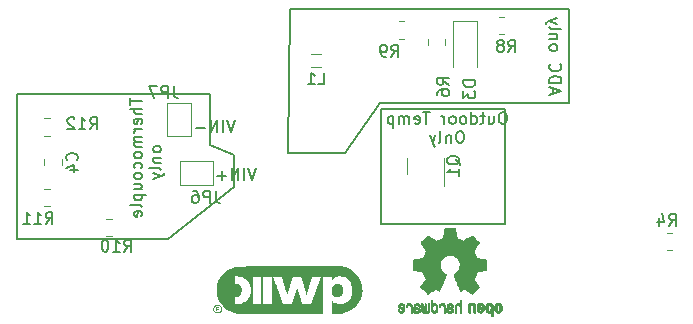
<source format=gbr>
%TF.GenerationSoftware,KiCad,Pcbnew,(6.0.10)*%
%TF.CreationDate,2023-01-29T23:27:27-05:00*%
%TF.ProjectId,sensor-board,73656e73-6f72-42d6-926f-6172642e6b69,v1.0*%
%TF.SameCoordinates,Original*%
%TF.FileFunction,Legend,Bot*%
%TF.FilePolarity,Positive*%
%FSLAX46Y46*%
G04 Gerber Fmt 4.6, Leading zero omitted, Abs format (unit mm)*
G04 Created by KiCad (PCBNEW (6.0.10)) date 2023-01-29 23:27:27*
%MOMM*%
%LPD*%
G01*
G04 APERTURE LIST*
%ADD10C,0.150000*%
%ADD11C,0.120000*%
%ADD12C,0.010000*%
G04 APERTURE END LIST*
D10*
X93916285Y-134453380D02*
X93582952Y-135453380D01*
X93249619Y-134453380D01*
X92916285Y-135453380D02*
X92916285Y-134453380D01*
X92440095Y-135453380D02*
X92440095Y-134453380D01*
X91868666Y-135453380D01*
X91868666Y-134453380D01*
X91392476Y-135072428D02*
X90630571Y-135072428D01*
X95694285Y-138517380D02*
X95360952Y-139517380D01*
X95027619Y-138517380D01*
X94694285Y-139517380D02*
X94694285Y-138517380D01*
X94218095Y-139517380D02*
X94218095Y-138517380D01*
X93646666Y-139517380D01*
X93646666Y-138517380D01*
X93170476Y-139136428D02*
X92408571Y-139136428D01*
X92789523Y-139517380D02*
X92789523Y-138755476D01*
X122200000Y-125000000D02*
X122200000Y-133000000D01*
X98600000Y-125000000D02*
X122200000Y-125000000D01*
X122200000Y-133000000D02*
X106200000Y-133000000D01*
X106200000Y-133000000D02*
X103200000Y-137200000D01*
X91836197Y-136500000D02*
X91836197Y-132257619D01*
X116750000Y-143250000D02*
X116750000Y-133500000D01*
X75500000Y-132250000D02*
X75500000Y-144500000D01*
X103200000Y-137200000D02*
X98400000Y-137200000D01*
X106250000Y-133500000D02*
X106250000Y-143250000D01*
X106250000Y-143250000D02*
X116750000Y-143250000D01*
X93800000Y-137400000D02*
X93800000Y-140100000D01*
X98400000Y-137200000D02*
X98600000Y-125000000D01*
X75500000Y-144500000D02*
X88250000Y-144500000D01*
X91836197Y-136500000D02*
X93800000Y-137400000D01*
X88250000Y-144500000D02*
X93800000Y-140100000D01*
X91836197Y-132257619D02*
X75500000Y-132250000D01*
X116750000Y-133500000D02*
X106250000Y-133500000D01*
X120833333Y-132166666D02*
X120833333Y-131690476D01*
X120547619Y-132261904D02*
X121547619Y-131928571D01*
X120547619Y-131595238D01*
X120547619Y-131261904D02*
X121547619Y-131261904D01*
X121547619Y-131023809D01*
X121500000Y-130880952D01*
X121404761Y-130785714D01*
X121309523Y-130738095D01*
X121119047Y-130690476D01*
X120976190Y-130690476D01*
X120785714Y-130738095D01*
X120690476Y-130785714D01*
X120595238Y-130880952D01*
X120547619Y-131023809D01*
X120547619Y-131261904D01*
X120642857Y-129690476D02*
X120595238Y-129738095D01*
X120547619Y-129880952D01*
X120547619Y-129976190D01*
X120595238Y-130119047D01*
X120690476Y-130214285D01*
X120785714Y-130261904D01*
X120976190Y-130309523D01*
X121119047Y-130309523D01*
X121309523Y-130261904D01*
X121404761Y-130214285D01*
X121500000Y-130119047D01*
X121547619Y-129976190D01*
X121547619Y-129880952D01*
X121500000Y-129738095D01*
X121452380Y-129690476D01*
X120547619Y-128357142D02*
X120595238Y-128452380D01*
X120642857Y-128500000D01*
X120738095Y-128547619D01*
X121023809Y-128547619D01*
X121119047Y-128500000D01*
X121166666Y-128452380D01*
X121214285Y-128357142D01*
X121214285Y-128214285D01*
X121166666Y-128119047D01*
X121119047Y-128071428D01*
X121023809Y-128023809D01*
X120738095Y-128023809D01*
X120642857Y-128071428D01*
X120595238Y-128119047D01*
X120547619Y-128214285D01*
X120547619Y-128357142D01*
X121214285Y-127595238D02*
X120547619Y-127595238D01*
X121119047Y-127595238D02*
X121166666Y-127547619D01*
X121214285Y-127452380D01*
X121214285Y-127309523D01*
X121166666Y-127214285D01*
X121071428Y-127166666D01*
X120547619Y-127166666D01*
X120547619Y-126547619D02*
X120595238Y-126642857D01*
X120690476Y-126690476D01*
X121547619Y-126690476D01*
X121214285Y-126261904D02*
X120547619Y-126023809D01*
X121214285Y-125785714D02*
X120547619Y-126023809D01*
X120309523Y-126119047D01*
X120261904Y-126166666D01*
X120214285Y-126261904D01*
X85047380Y-132547619D02*
X85047380Y-133119047D01*
X86047380Y-132833333D02*
X85047380Y-132833333D01*
X86047380Y-133452380D02*
X85047380Y-133452380D01*
X86047380Y-133880952D02*
X85523571Y-133880952D01*
X85428333Y-133833333D01*
X85380714Y-133738095D01*
X85380714Y-133595238D01*
X85428333Y-133500000D01*
X85475952Y-133452380D01*
X85999761Y-134738095D02*
X86047380Y-134642857D01*
X86047380Y-134452380D01*
X85999761Y-134357142D01*
X85904523Y-134309523D01*
X85523571Y-134309523D01*
X85428333Y-134357142D01*
X85380714Y-134452380D01*
X85380714Y-134642857D01*
X85428333Y-134738095D01*
X85523571Y-134785714D01*
X85618809Y-134785714D01*
X85714047Y-134309523D01*
X86047380Y-135214285D02*
X85380714Y-135214285D01*
X85571190Y-135214285D02*
X85475952Y-135261904D01*
X85428333Y-135309523D01*
X85380714Y-135404761D01*
X85380714Y-135500000D01*
X86047380Y-135833333D02*
X85380714Y-135833333D01*
X85475952Y-135833333D02*
X85428333Y-135880952D01*
X85380714Y-135976190D01*
X85380714Y-136119047D01*
X85428333Y-136214285D01*
X85523571Y-136261904D01*
X86047380Y-136261904D01*
X85523571Y-136261904D02*
X85428333Y-136309523D01*
X85380714Y-136404761D01*
X85380714Y-136547619D01*
X85428333Y-136642857D01*
X85523571Y-136690476D01*
X86047380Y-136690476D01*
X86047380Y-137309523D02*
X85999761Y-137214285D01*
X85952142Y-137166666D01*
X85856904Y-137119047D01*
X85571190Y-137119047D01*
X85475952Y-137166666D01*
X85428333Y-137214285D01*
X85380714Y-137309523D01*
X85380714Y-137452380D01*
X85428333Y-137547619D01*
X85475952Y-137595238D01*
X85571190Y-137642857D01*
X85856904Y-137642857D01*
X85952142Y-137595238D01*
X85999761Y-137547619D01*
X86047380Y-137452380D01*
X86047380Y-137309523D01*
X85999761Y-138500000D02*
X86047380Y-138404761D01*
X86047380Y-138214285D01*
X85999761Y-138119047D01*
X85952142Y-138071428D01*
X85856904Y-138023809D01*
X85571190Y-138023809D01*
X85475952Y-138071428D01*
X85428333Y-138119047D01*
X85380714Y-138214285D01*
X85380714Y-138404761D01*
X85428333Y-138500000D01*
X86047380Y-139071428D02*
X85999761Y-138976190D01*
X85952142Y-138928571D01*
X85856904Y-138880952D01*
X85571190Y-138880952D01*
X85475952Y-138928571D01*
X85428333Y-138976190D01*
X85380714Y-139071428D01*
X85380714Y-139214285D01*
X85428333Y-139309523D01*
X85475952Y-139357142D01*
X85571190Y-139404761D01*
X85856904Y-139404761D01*
X85952142Y-139357142D01*
X85999761Y-139309523D01*
X86047380Y-139214285D01*
X86047380Y-139071428D01*
X85380714Y-140261904D02*
X86047380Y-140261904D01*
X85380714Y-139833333D02*
X85904523Y-139833333D01*
X85999761Y-139880952D01*
X86047380Y-139976190D01*
X86047380Y-140119047D01*
X85999761Y-140214285D01*
X85952142Y-140261904D01*
X85380714Y-140738095D02*
X86380714Y-140738095D01*
X85428333Y-140738095D02*
X85380714Y-140833333D01*
X85380714Y-141023809D01*
X85428333Y-141119047D01*
X85475952Y-141166666D01*
X85571190Y-141214285D01*
X85856904Y-141214285D01*
X85952142Y-141166666D01*
X85999761Y-141119047D01*
X86047380Y-141023809D01*
X86047380Y-140833333D01*
X85999761Y-140738095D01*
X86047380Y-141785714D02*
X85999761Y-141690476D01*
X85904523Y-141642857D01*
X85047380Y-141642857D01*
X85999761Y-142547619D02*
X86047380Y-142452380D01*
X86047380Y-142261904D01*
X85999761Y-142166666D01*
X85904523Y-142119047D01*
X85523571Y-142119047D01*
X85428333Y-142166666D01*
X85380714Y-142261904D01*
X85380714Y-142452380D01*
X85428333Y-142547619D01*
X85523571Y-142595238D01*
X85618809Y-142595238D01*
X85714047Y-142119047D01*
X87657380Y-136833333D02*
X87609761Y-136738095D01*
X87562142Y-136690476D01*
X87466904Y-136642857D01*
X87181190Y-136642857D01*
X87085952Y-136690476D01*
X87038333Y-136738095D01*
X86990714Y-136833333D01*
X86990714Y-136976190D01*
X87038333Y-137071428D01*
X87085952Y-137119047D01*
X87181190Y-137166666D01*
X87466904Y-137166666D01*
X87562142Y-137119047D01*
X87609761Y-137071428D01*
X87657380Y-136976190D01*
X87657380Y-136833333D01*
X86990714Y-137595238D02*
X87657380Y-137595238D01*
X87085952Y-137595238D02*
X87038333Y-137642857D01*
X86990714Y-137738095D01*
X86990714Y-137880952D01*
X87038333Y-137976190D01*
X87133571Y-138023809D01*
X87657380Y-138023809D01*
X87657380Y-138642857D02*
X87609761Y-138547619D01*
X87514523Y-138500000D01*
X86657380Y-138500000D01*
X86990714Y-138928571D02*
X87657380Y-139166666D01*
X86990714Y-139404761D02*
X87657380Y-139166666D01*
X87895476Y-139071428D01*
X87943095Y-139023809D01*
X87990714Y-138928571D01*
X116696523Y-133747380D02*
X116506047Y-133747380D01*
X116410809Y-133795000D01*
X116315571Y-133890238D01*
X116267952Y-134080714D01*
X116267952Y-134414047D01*
X116315571Y-134604523D01*
X116410809Y-134699761D01*
X116506047Y-134747380D01*
X116696523Y-134747380D01*
X116791761Y-134699761D01*
X116887000Y-134604523D01*
X116934619Y-134414047D01*
X116934619Y-134080714D01*
X116887000Y-133890238D01*
X116791761Y-133795000D01*
X116696523Y-133747380D01*
X115410809Y-134080714D02*
X115410809Y-134747380D01*
X115839380Y-134080714D02*
X115839380Y-134604523D01*
X115791761Y-134699761D01*
X115696523Y-134747380D01*
X115553666Y-134747380D01*
X115458428Y-134699761D01*
X115410809Y-134652142D01*
X115077476Y-134080714D02*
X114696523Y-134080714D01*
X114934619Y-133747380D02*
X114934619Y-134604523D01*
X114887000Y-134699761D01*
X114791761Y-134747380D01*
X114696523Y-134747380D01*
X113934619Y-134747380D02*
X113934619Y-133747380D01*
X113934619Y-134699761D02*
X114029857Y-134747380D01*
X114220333Y-134747380D01*
X114315571Y-134699761D01*
X114363190Y-134652142D01*
X114410809Y-134556904D01*
X114410809Y-134271190D01*
X114363190Y-134175952D01*
X114315571Y-134128333D01*
X114220333Y-134080714D01*
X114029857Y-134080714D01*
X113934619Y-134128333D01*
X113315571Y-134747380D02*
X113410809Y-134699761D01*
X113458428Y-134652142D01*
X113506047Y-134556904D01*
X113506047Y-134271190D01*
X113458428Y-134175952D01*
X113410809Y-134128333D01*
X113315571Y-134080714D01*
X113172714Y-134080714D01*
X113077476Y-134128333D01*
X113029857Y-134175952D01*
X112982238Y-134271190D01*
X112982238Y-134556904D01*
X113029857Y-134652142D01*
X113077476Y-134699761D01*
X113172714Y-134747380D01*
X113315571Y-134747380D01*
X112410809Y-134747380D02*
X112506047Y-134699761D01*
X112553666Y-134652142D01*
X112601285Y-134556904D01*
X112601285Y-134271190D01*
X112553666Y-134175952D01*
X112506047Y-134128333D01*
X112410809Y-134080714D01*
X112267952Y-134080714D01*
X112172714Y-134128333D01*
X112125095Y-134175952D01*
X112077476Y-134271190D01*
X112077476Y-134556904D01*
X112125095Y-134652142D01*
X112172714Y-134699761D01*
X112267952Y-134747380D01*
X112410809Y-134747380D01*
X111648904Y-134747380D02*
X111648904Y-134080714D01*
X111648904Y-134271190D02*
X111601285Y-134175952D01*
X111553666Y-134128333D01*
X111458428Y-134080714D01*
X111363190Y-134080714D01*
X110410809Y-133747380D02*
X109839380Y-133747380D01*
X110125095Y-134747380D02*
X110125095Y-133747380D01*
X109125095Y-134699761D02*
X109220333Y-134747380D01*
X109410809Y-134747380D01*
X109506047Y-134699761D01*
X109553666Y-134604523D01*
X109553666Y-134223571D01*
X109506047Y-134128333D01*
X109410809Y-134080714D01*
X109220333Y-134080714D01*
X109125095Y-134128333D01*
X109077476Y-134223571D01*
X109077476Y-134318809D01*
X109553666Y-134414047D01*
X108648904Y-134747380D02*
X108648904Y-134080714D01*
X108648904Y-134175952D02*
X108601285Y-134128333D01*
X108506047Y-134080714D01*
X108363190Y-134080714D01*
X108267952Y-134128333D01*
X108220333Y-134223571D01*
X108220333Y-134747380D01*
X108220333Y-134223571D02*
X108172714Y-134128333D01*
X108077476Y-134080714D01*
X107934619Y-134080714D01*
X107839380Y-134128333D01*
X107791761Y-134223571D01*
X107791761Y-134747380D01*
X107315571Y-134080714D02*
X107315571Y-135080714D01*
X107315571Y-134128333D02*
X107220333Y-134080714D01*
X107029857Y-134080714D01*
X106934619Y-134128333D01*
X106887000Y-134175952D01*
X106839380Y-134271190D01*
X106839380Y-134556904D01*
X106887000Y-134652142D01*
X106934619Y-134699761D01*
X107029857Y-134747380D01*
X107220333Y-134747380D01*
X107315571Y-134699761D01*
X113077476Y-135357380D02*
X112887000Y-135357380D01*
X112791761Y-135405000D01*
X112696523Y-135500238D01*
X112648904Y-135690714D01*
X112648904Y-136024047D01*
X112696523Y-136214523D01*
X112791761Y-136309761D01*
X112887000Y-136357380D01*
X113077476Y-136357380D01*
X113172714Y-136309761D01*
X113267952Y-136214523D01*
X113315571Y-136024047D01*
X113315571Y-135690714D01*
X113267952Y-135500238D01*
X113172714Y-135405000D01*
X113077476Y-135357380D01*
X112220333Y-135690714D02*
X112220333Y-136357380D01*
X112220333Y-135785952D02*
X112172714Y-135738333D01*
X112077476Y-135690714D01*
X111934619Y-135690714D01*
X111839380Y-135738333D01*
X111791761Y-135833571D01*
X111791761Y-136357380D01*
X111172714Y-136357380D02*
X111267952Y-136309761D01*
X111315571Y-136214523D01*
X111315571Y-135357380D01*
X110887000Y-135690714D02*
X110648904Y-136357380D01*
X110410809Y-135690714D02*
X110648904Y-136357380D01*
X110744142Y-136595476D01*
X110791761Y-136643095D01*
X110887000Y-136690714D01*
%TO.C,R8*%
X117066666Y-128652380D02*
X117400000Y-128176190D01*
X117638095Y-128652380D02*
X117638095Y-127652380D01*
X117257142Y-127652380D01*
X117161904Y-127700000D01*
X117114285Y-127747619D01*
X117066666Y-127842857D01*
X117066666Y-127985714D01*
X117114285Y-128080952D01*
X117161904Y-128128571D01*
X117257142Y-128176190D01*
X117638095Y-128176190D01*
X116495238Y-128080952D02*
X116590476Y-128033333D01*
X116638095Y-127985714D01*
X116685714Y-127890476D01*
X116685714Y-127842857D01*
X116638095Y-127747619D01*
X116590476Y-127700000D01*
X116495238Y-127652380D01*
X116304761Y-127652380D01*
X116209523Y-127700000D01*
X116161904Y-127747619D01*
X116114285Y-127842857D01*
X116114285Y-127890476D01*
X116161904Y-127985714D01*
X116209523Y-128033333D01*
X116304761Y-128080952D01*
X116495238Y-128080952D01*
X116590476Y-128128571D01*
X116638095Y-128176190D01*
X116685714Y-128271428D01*
X116685714Y-128461904D01*
X116638095Y-128557142D01*
X116590476Y-128604761D01*
X116495238Y-128652380D01*
X116304761Y-128652380D01*
X116209523Y-128604761D01*
X116161904Y-128557142D01*
X116114285Y-128461904D01*
X116114285Y-128271428D01*
X116161904Y-128176190D01*
X116209523Y-128128571D01*
X116304761Y-128080952D01*
%TO.C,JP7*%
X88717333Y-131532380D02*
X88717333Y-132246666D01*
X88764952Y-132389523D01*
X88860190Y-132484761D01*
X89003047Y-132532380D01*
X89098285Y-132532380D01*
X88241142Y-132532380D02*
X88241142Y-131532380D01*
X87860190Y-131532380D01*
X87764952Y-131580000D01*
X87717333Y-131627619D01*
X87669714Y-131722857D01*
X87669714Y-131865714D01*
X87717333Y-131960952D01*
X87764952Y-132008571D01*
X87860190Y-132056190D01*
X88241142Y-132056190D01*
X87336380Y-131532380D02*
X86669714Y-131532380D01*
X87098285Y-132532380D01*
%TO.C,R4*%
X130666666Y-143352380D02*
X131000000Y-142876190D01*
X131238095Y-143352380D02*
X131238095Y-142352380D01*
X130857142Y-142352380D01*
X130761904Y-142400000D01*
X130714285Y-142447619D01*
X130666666Y-142542857D01*
X130666666Y-142685714D01*
X130714285Y-142780952D01*
X130761904Y-142828571D01*
X130857142Y-142876190D01*
X131238095Y-142876190D01*
X129809523Y-142685714D02*
X129809523Y-143352380D01*
X130047619Y-142304761D02*
X130285714Y-143019047D01*
X129666666Y-143019047D01*
%TO.C,R6*%
X112052380Y-131433333D02*
X111576190Y-131100000D01*
X112052380Y-130861904D02*
X111052380Y-130861904D01*
X111052380Y-131242857D01*
X111100000Y-131338095D01*
X111147619Y-131385714D01*
X111242857Y-131433333D01*
X111385714Y-131433333D01*
X111480952Y-131385714D01*
X111528571Y-131338095D01*
X111576190Y-131242857D01*
X111576190Y-130861904D01*
X111052380Y-132290476D02*
X111052380Y-132100000D01*
X111100000Y-132004761D01*
X111147619Y-131957142D01*
X111290476Y-131861904D01*
X111480952Y-131814285D01*
X111861904Y-131814285D01*
X111957142Y-131861904D01*
X112004761Y-131909523D01*
X112052380Y-132004761D01*
X112052380Y-132195238D01*
X112004761Y-132290476D01*
X111957142Y-132338095D01*
X111861904Y-132385714D01*
X111623809Y-132385714D01*
X111528571Y-132338095D01*
X111480952Y-132290476D01*
X111433333Y-132195238D01*
X111433333Y-132004761D01*
X111480952Y-131909523D01*
X111528571Y-131861904D01*
X111623809Y-131814285D01*
%TO.C,C4*%
X80537142Y-137833333D02*
X80584761Y-137785714D01*
X80632380Y-137642857D01*
X80632380Y-137547619D01*
X80584761Y-137404761D01*
X80489523Y-137309523D01*
X80394285Y-137261904D01*
X80203809Y-137214285D01*
X80060952Y-137214285D01*
X79870476Y-137261904D01*
X79775238Y-137309523D01*
X79680000Y-137404761D01*
X79632380Y-137547619D01*
X79632380Y-137642857D01*
X79680000Y-137785714D01*
X79727619Y-137833333D01*
X79965714Y-138690476D02*
X80632380Y-138690476D01*
X79584761Y-138452380D02*
X80299047Y-138214285D01*
X80299047Y-138833333D01*
%TO.C,R11*%
X77892857Y-143202380D02*
X78226190Y-142726190D01*
X78464285Y-143202380D02*
X78464285Y-142202380D01*
X78083333Y-142202380D01*
X77988095Y-142250000D01*
X77940476Y-142297619D01*
X77892857Y-142392857D01*
X77892857Y-142535714D01*
X77940476Y-142630952D01*
X77988095Y-142678571D01*
X78083333Y-142726190D01*
X78464285Y-142726190D01*
X76940476Y-143202380D02*
X77511904Y-143202380D01*
X77226190Y-143202380D02*
X77226190Y-142202380D01*
X77321428Y-142345238D01*
X77416666Y-142440476D01*
X77511904Y-142488095D01*
X75988095Y-143202380D02*
X76559523Y-143202380D01*
X76273809Y-143202380D02*
X76273809Y-142202380D01*
X76369047Y-142345238D01*
X76464285Y-142440476D01*
X76559523Y-142488095D01*
%TO.C,D3*%
X114252380Y-131061904D02*
X113252380Y-131061904D01*
X113252380Y-131300000D01*
X113300000Y-131442857D01*
X113395238Y-131538095D01*
X113490476Y-131585714D01*
X113680952Y-131633333D01*
X113823809Y-131633333D01*
X114014285Y-131585714D01*
X114109523Y-131538095D01*
X114204761Y-131442857D01*
X114252380Y-131300000D01*
X114252380Y-131061904D01*
X113252380Y-131966666D02*
X113252380Y-132585714D01*
X113633333Y-132252380D01*
X113633333Y-132395238D01*
X113680952Y-132490476D01*
X113728571Y-132538095D01*
X113823809Y-132585714D01*
X114061904Y-132585714D01*
X114157142Y-132538095D01*
X114204761Y-132490476D01*
X114252380Y-132395238D01*
X114252380Y-132109523D01*
X114204761Y-132014285D01*
X114157142Y-131966666D01*
%TO.C,R12*%
X81642857Y-135202380D02*
X81976190Y-134726190D01*
X82214285Y-135202380D02*
X82214285Y-134202380D01*
X81833333Y-134202380D01*
X81738095Y-134250000D01*
X81690476Y-134297619D01*
X81642857Y-134392857D01*
X81642857Y-134535714D01*
X81690476Y-134630952D01*
X81738095Y-134678571D01*
X81833333Y-134726190D01*
X82214285Y-134726190D01*
X80690476Y-135202380D02*
X81261904Y-135202380D01*
X80976190Y-135202380D02*
X80976190Y-134202380D01*
X81071428Y-134345238D01*
X81166666Y-134440476D01*
X81261904Y-134488095D01*
X80309523Y-134297619D02*
X80261904Y-134250000D01*
X80166666Y-134202380D01*
X79928571Y-134202380D01*
X79833333Y-134250000D01*
X79785714Y-134297619D01*
X79738095Y-134392857D01*
X79738095Y-134488095D01*
X79785714Y-134630952D01*
X80357142Y-135202380D01*
X79738095Y-135202380D01*
%TO.C,JP6*%
X92273333Y-140422380D02*
X92273333Y-141136666D01*
X92320952Y-141279523D01*
X92416190Y-141374761D01*
X92559047Y-141422380D01*
X92654285Y-141422380D01*
X91797142Y-141422380D02*
X91797142Y-140422380D01*
X91416190Y-140422380D01*
X91320952Y-140470000D01*
X91273333Y-140517619D01*
X91225714Y-140612857D01*
X91225714Y-140755714D01*
X91273333Y-140850952D01*
X91320952Y-140898571D01*
X91416190Y-140946190D01*
X91797142Y-140946190D01*
X90368571Y-140422380D02*
X90559047Y-140422380D01*
X90654285Y-140470000D01*
X90701904Y-140517619D01*
X90797142Y-140660476D01*
X90844761Y-140850952D01*
X90844761Y-141231904D01*
X90797142Y-141327142D01*
X90749523Y-141374761D01*
X90654285Y-141422380D01*
X90463809Y-141422380D01*
X90368571Y-141374761D01*
X90320952Y-141327142D01*
X90273333Y-141231904D01*
X90273333Y-140993809D01*
X90320952Y-140898571D01*
X90368571Y-140850952D01*
X90463809Y-140803333D01*
X90654285Y-140803333D01*
X90749523Y-140850952D01*
X90797142Y-140898571D01*
X90844761Y-140993809D01*
%TO.C,R10*%
X84542857Y-145552380D02*
X84876190Y-145076190D01*
X85114285Y-145552380D02*
X85114285Y-144552380D01*
X84733333Y-144552380D01*
X84638095Y-144600000D01*
X84590476Y-144647619D01*
X84542857Y-144742857D01*
X84542857Y-144885714D01*
X84590476Y-144980952D01*
X84638095Y-145028571D01*
X84733333Y-145076190D01*
X85114285Y-145076190D01*
X83590476Y-145552380D02*
X84161904Y-145552380D01*
X83876190Y-145552380D02*
X83876190Y-144552380D01*
X83971428Y-144695238D01*
X84066666Y-144790476D01*
X84161904Y-144838095D01*
X82971428Y-144552380D02*
X82876190Y-144552380D01*
X82780952Y-144600000D01*
X82733333Y-144647619D01*
X82685714Y-144742857D01*
X82638095Y-144933333D01*
X82638095Y-145171428D01*
X82685714Y-145361904D01*
X82733333Y-145457142D01*
X82780952Y-145504761D01*
X82876190Y-145552380D01*
X82971428Y-145552380D01*
X83066666Y-145504761D01*
X83114285Y-145457142D01*
X83161904Y-145361904D01*
X83209523Y-145171428D01*
X83209523Y-144933333D01*
X83161904Y-144742857D01*
X83114285Y-144647619D01*
X83066666Y-144600000D01*
X82971428Y-144552380D01*
%TO.C,Q1*%
X112997619Y-138217261D02*
X112950000Y-138122023D01*
X112854761Y-138026785D01*
X112711904Y-137883928D01*
X112664285Y-137788690D01*
X112664285Y-137693452D01*
X112902380Y-137741071D02*
X112854761Y-137645833D01*
X112759523Y-137550595D01*
X112569047Y-137502976D01*
X112235714Y-137502976D01*
X112045238Y-137550595D01*
X111950000Y-137645833D01*
X111902380Y-137741071D01*
X111902380Y-137931547D01*
X111950000Y-138026785D01*
X112045238Y-138122023D01*
X112235714Y-138169642D01*
X112569047Y-138169642D01*
X112759523Y-138122023D01*
X112854761Y-138026785D01*
X112902380Y-137931547D01*
X112902380Y-137741071D01*
X112902380Y-139122023D02*
X112902380Y-138550595D01*
X112902380Y-138836309D02*
X111902380Y-138836309D01*
X112045238Y-138741071D01*
X112140476Y-138645833D01*
X112188095Y-138550595D01*
%TO.C,R9*%
X107166666Y-129052380D02*
X107500000Y-128576190D01*
X107738095Y-129052380D02*
X107738095Y-128052380D01*
X107357142Y-128052380D01*
X107261904Y-128100000D01*
X107214285Y-128147619D01*
X107166666Y-128242857D01*
X107166666Y-128385714D01*
X107214285Y-128480952D01*
X107261904Y-128528571D01*
X107357142Y-128576190D01*
X107738095Y-128576190D01*
X106690476Y-129052380D02*
X106500000Y-129052380D01*
X106404761Y-129004761D01*
X106357142Y-128957142D01*
X106261904Y-128814285D01*
X106214285Y-128623809D01*
X106214285Y-128242857D01*
X106261904Y-128147619D01*
X106309523Y-128100000D01*
X106404761Y-128052380D01*
X106595238Y-128052380D01*
X106690476Y-128100000D01*
X106738095Y-128147619D01*
X106785714Y-128242857D01*
X106785714Y-128480952D01*
X106738095Y-128576190D01*
X106690476Y-128623809D01*
X106595238Y-128671428D01*
X106404761Y-128671428D01*
X106309523Y-128623809D01*
X106261904Y-128576190D01*
X106214285Y-128480952D01*
%TO.C,L1*%
X100966666Y-131402380D02*
X101442857Y-131402380D01*
X101442857Y-130402380D01*
X100109523Y-131402380D02*
X100680952Y-131402380D01*
X100395238Y-131402380D02*
X100395238Y-130402380D01*
X100490476Y-130545238D01*
X100585714Y-130640476D01*
X100680952Y-130688095D01*
D11*
%TO.C,R8*%
X116727064Y-125665000D02*
X116272936Y-125665000D01*
X116727064Y-127135000D02*
X116272936Y-127135000D01*
%TO.C,JP7*%
X90200000Y-133000000D02*
X88200000Y-133000000D01*
X88200000Y-133000000D02*
X88200000Y-135800000D01*
X90200000Y-135800000D02*
X90200000Y-133000000D01*
X88200000Y-135800000D02*
X90200000Y-135800000D01*
%TO.C,R4*%
X130472936Y-143965000D02*
X130927064Y-143965000D01*
X130472936Y-145435000D02*
X130927064Y-145435000D01*
%TO.C,REF\u002A\u002A*%
G36*
X116496135Y-150330105D02*
G01*
X116495076Y-150424584D01*
X116491436Y-150490414D01*
X116483892Y-150536394D01*
X116471122Y-150571321D01*
X116451803Y-150603995D01*
X116447050Y-150610775D01*
X116396759Y-150664231D01*
X116339457Y-150704547D01*
X116310032Y-150717629D01*
X116204299Y-150739450D01*
X116099734Y-150725336D01*
X116003368Y-150677105D01*
X115922235Y-150596579D01*
X115915385Y-150585791D01*
X115893097Y-150523153D01*
X115878079Y-150435935D01*
X115870792Y-150335210D01*
X115871611Y-150242037D01*
X116068796Y-150242037D01*
X116070349Y-150371114D01*
X116070974Y-150379420D01*
X116080077Y-150450643D01*
X116096288Y-150495809D01*
X116123660Y-150526752D01*
X116169553Y-150555737D01*
X116214942Y-150557261D01*
X116261692Y-150523846D01*
X116269824Y-150515053D01*
X116285754Y-150488741D01*
X116295159Y-150450520D01*
X116299632Y-150391349D01*
X116300769Y-150302182D01*
X116298822Y-150218664D01*
X116289105Y-150139095D01*
X116269047Y-150088808D01*
X116236240Y-150062513D01*
X116188280Y-150054923D01*
X116170016Y-150056432D01*
X116118848Y-150084107D01*
X116085035Y-150146172D01*
X116068796Y-150242037D01*
X115871611Y-150242037D01*
X115871699Y-150232052D01*
X115881262Y-150137533D01*
X115899943Y-150062727D01*
X115923951Y-150012905D01*
X115991536Y-149935409D01*
X116083114Y-149887256D01*
X116195213Y-149870703D01*
X116225151Y-149871599D01*
X116313315Y-149889929D01*
X116385733Y-149936104D01*
X116452192Y-150015648D01*
X116456147Y-150021548D01*
X116474040Y-150053288D01*
X116485678Y-150089163D01*
X116492371Y-150137906D01*
X116495426Y-150208249D01*
X116496106Y-150302182D01*
X116496154Y-150308923D01*
X116496135Y-150330105D01*
G37*
D12*
X116496135Y-150330105D02*
X116495076Y-150424584D01*
X116491436Y-150490414D01*
X116483892Y-150536394D01*
X116471122Y-150571321D01*
X116451803Y-150603995D01*
X116447050Y-150610775D01*
X116396759Y-150664231D01*
X116339457Y-150704547D01*
X116310032Y-150717629D01*
X116204299Y-150739450D01*
X116099734Y-150725336D01*
X116003368Y-150677105D01*
X115922235Y-150596579D01*
X115915385Y-150585791D01*
X115893097Y-150523153D01*
X115878079Y-150435935D01*
X115870792Y-150335210D01*
X115871611Y-150242037D01*
X116068796Y-150242037D01*
X116070349Y-150371114D01*
X116070974Y-150379420D01*
X116080077Y-150450643D01*
X116096288Y-150495809D01*
X116123660Y-150526752D01*
X116169553Y-150555737D01*
X116214942Y-150557261D01*
X116261692Y-150523846D01*
X116269824Y-150515053D01*
X116285754Y-150488741D01*
X116295159Y-150450520D01*
X116299632Y-150391349D01*
X116300769Y-150302182D01*
X116298822Y-150218664D01*
X116289105Y-150139095D01*
X116269047Y-150088808D01*
X116236240Y-150062513D01*
X116188280Y-150054923D01*
X116170016Y-150056432D01*
X116118848Y-150084107D01*
X116085035Y-150146172D01*
X116068796Y-150242037D01*
X115871611Y-150242037D01*
X115871699Y-150232052D01*
X115881262Y-150137533D01*
X115899943Y-150062727D01*
X115923951Y-150012905D01*
X115991536Y-149935409D01*
X116083114Y-149887256D01*
X116195213Y-149870703D01*
X116225151Y-149871599D01*
X116313315Y-149889929D01*
X116385733Y-149936104D01*
X116452192Y-150015648D01*
X116456147Y-150021548D01*
X116474040Y-150053288D01*
X116485678Y-150089163D01*
X116492371Y-150137906D01*
X116495426Y-150208249D01*
X116496106Y-150302182D01*
X116496154Y-150308923D01*
X116496135Y-150330105D01*
G36*
X110287998Y-149924034D02*
G01*
X110330850Y-149940829D01*
X110380615Y-149963503D01*
X110380615Y-150618533D01*
X110318785Y-150680363D01*
X110304662Y-150694228D01*
X110265536Y-150725046D01*
X110226078Y-150735028D01*
X110167362Y-150730433D01*
X110143456Y-150727462D01*
X110081801Y-150721176D01*
X110038692Y-150718672D01*
X110025905Y-150719055D01*
X109973446Y-150723200D01*
X109910022Y-150730433D01*
X109889730Y-150732918D01*
X109838610Y-150733895D01*
X109801207Y-150718462D01*
X109758599Y-150680363D01*
X109696769Y-150618533D01*
X109696769Y-150268343D01*
X109697251Y-150164857D01*
X109698753Y-150066192D01*
X109701089Y-149988068D01*
X109704071Y-149936662D01*
X109707509Y-149918154D01*
X109708230Y-149918204D01*
X109733203Y-149927413D01*
X109775399Y-149947707D01*
X109832549Y-149977261D01*
X109837928Y-150284746D01*
X109843308Y-150592231D01*
X109960539Y-150592231D01*
X109965885Y-150255192D01*
X109967579Y-150163574D01*
X109970005Y-150065649D01*
X109972634Y-149987906D01*
X109975246Y-149936642D01*
X109977623Y-149918154D01*
X109978306Y-149918219D01*
X110001996Y-149925020D01*
X110045546Y-149939604D01*
X110107077Y-149961054D01*
X110107376Y-150257104D01*
X110107676Y-150308532D01*
X110109754Y-150408466D01*
X110113470Y-150491925D01*
X110118430Y-150551377D01*
X110124240Y-150579287D01*
X110145024Y-150594214D01*
X110187440Y-150598825D01*
X110234077Y-150592231D01*
X110239423Y-150255192D01*
X110241336Y-150169546D01*
X110245303Y-150068172D01*
X110250491Y-149988655D01*
X110256499Y-149936736D01*
X110262927Y-149918154D01*
X110287998Y-149924034D01*
G37*
X110287998Y-149924034D02*
X110330850Y-149940829D01*
X110380615Y-149963503D01*
X110380615Y-150618533D01*
X110318785Y-150680363D01*
X110304662Y-150694228D01*
X110265536Y-150725046D01*
X110226078Y-150735028D01*
X110167362Y-150730433D01*
X110143456Y-150727462D01*
X110081801Y-150721176D01*
X110038692Y-150718672D01*
X110025905Y-150719055D01*
X109973446Y-150723200D01*
X109910022Y-150730433D01*
X109889730Y-150732918D01*
X109838610Y-150733895D01*
X109801207Y-150718462D01*
X109758599Y-150680363D01*
X109696769Y-150618533D01*
X109696769Y-150268343D01*
X109697251Y-150164857D01*
X109698753Y-150066192D01*
X109701089Y-149988068D01*
X109704071Y-149936662D01*
X109707509Y-149918154D01*
X109708230Y-149918204D01*
X109733203Y-149927413D01*
X109775399Y-149947707D01*
X109832549Y-149977261D01*
X109837928Y-150284746D01*
X109843308Y-150592231D01*
X109960539Y-150592231D01*
X109965885Y-150255192D01*
X109967579Y-150163574D01*
X109970005Y-150065649D01*
X109972634Y-149987906D01*
X109975246Y-149936642D01*
X109977623Y-149918154D01*
X109978306Y-149918219D01*
X110001996Y-149925020D01*
X110045546Y-149939604D01*
X110107077Y-149961054D01*
X110107376Y-150257104D01*
X110107676Y-150308532D01*
X110109754Y-150408466D01*
X110113470Y-150491925D01*
X110118430Y-150551377D01*
X110124240Y-150579287D01*
X110145024Y-150594214D01*
X110187440Y-150598825D01*
X110234077Y-150592231D01*
X110239423Y-150255192D01*
X110241336Y-150169546D01*
X110245303Y-150068172D01*
X110250491Y-149988655D01*
X110256499Y-149936736D01*
X110262927Y-149918154D01*
X110287998Y-149924034D01*
G36*
X108250413Y-150384449D02*
G01*
X108245641Y-150487047D01*
X108233150Y-150562126D01*
X108210121Y-150617748D01*
X108173732Y-150661975D01*
X108121162Y-150702869D01*
X108087714Y-150721466D01*
X108034098Y-150733991D01*
X107958780Y-150733003D01*
X107916672Y-150729035D01*
X107865879Y-150716920D01*
X107825280Y-150690585D01*
X107778049Y-150641514D01*
X107771738Y-150634346D01*
X107729277Y-150579189D01*
X107709018Y-150531150D01*
X107703846Y-150474184D01*
X107703846Y-150390471D01*
X107762346Y-150412552D01*
X107804994Y-150438364D01*
X107842064Y-150498928D01*
X107849803Y-150518320D01*
X107893074Y-150573235D01*
X107951976Y-150600879D01*
X108016111Y-150598393D01*
X108075077Y-150562923D01*
X108095342Y-150540805D01*
X108113720Y-150507436D01*
X108107971Y-150477117D01*
X108074887Y-150445913D01*
X108011261Y-150409887D01*
X107913885Y-150365103D01*
X107713615Y-150277445D01*
X107708301Y-150190607D01*
X107710299Y-150135296D01*
X107840783Y-150135296D01*
X107850688Y-150169538D01*
X107895756Y-150206096D01*
X107977557Y-150247692D01*
X107991092Y-150253718D01*
X108055818Y-150281753D01*
X108104247Y-150301472D01*
X108126751Y-150308923D01*
X108130161Y-150303438D01*
X108131529Y-150269948D01*
X108126651Y-150216116D01*
X108114364Y-150163473D01*
X108076041Y-150097151D01*
X108020720Y-150059780D01*
X107954640Y-150054721D01*
X107884040Y-150085339D01*
X107864474Y-150100648D01*
X107840783Y-150135296D01*
X107710299Y-150135296D01*
X107710647Y-150125663D01*
X107740186Y-150043590D01*
X107777472Y-149998361D01*
X107854776Y-149947838D01*
X107946478Y-149922316D01*
X108041274Y-149924336D01*
X108127859Y-149956440D01*
X108146920Y-149968767D01*
X108190640Y-150006912D01*
X108220540Y-150055167D01*
X108238968Y-150120710D01*
X108248270Y-150210720D01*
X108249499Y-150269948D01*
X108250794Y-150332376D01*
X108250413Y-150384449D01*
G37*
X108250413Y-150384449D02*
X108245641Y-150487047D01*
X108233150Y-150562126D01*
X108210121Y-150617748D01*
X108173732Y-150661975D01*
X108121162Y-150702869D01*
X108087714Y-150721466D01*
X108034098Y-150733991D01*
X107958780Y-150733003D01*
X107916672Y-150729035D01*
X107865879Y-150716920D01*
X107825280Y-150690585D01*
X107778049Y-150641514D01*
X107771738Y-150634346D01*
X107729277Y-150579189D01*
X107709018Y-150531150D01*
X107703846Y-150474184D01*
X107703846Y-150390471D01*
X107762346Y-150412552D01*
X107804994Y-150438364D01*
X107842064Y-150498928D01*
X107849803Y-150518320D01*
X107893074Y-150573235D01*
X107951976Y-150600879D01*
X108016111Y-150598393D01*
X108075077Y-150562923D01*
X108095342Y-150540805D01*
X108113720Y-150507436D01*
X108107971Y-150477117D01*
X108074887Y-150445913D01*
X108011261Y-150409887D01*
X107913885Y-150365103D01*
X107713615Y-150277445D01*
X107708301Y-150190607D01*
X107710299Y-150135296D01*
X107840783Y-150135296D01*
X107850688Y-150169538D01*
X107895756Y-150206096D01*
X107977557Y-150247692D01*
X107991092Y-150253718D01*
X108055818Y-150281753D01*
X108104247Y-150301472D01*
X108126751Y-150308923D01*
X108130161Y-150303438D01*
X108131529Y-150269948D01*
X108126651Y-150216116D01*
X108114364Y-150163473D01*
X108076041Y-150097151D01*
X108020720Y-150059780D01*
X107954640Y-150054721D01*
X107884040Y-150085339D01*
X107864474Y-150100648D01*
X107840783Y-150135296D01*
X107710299Y-150135296D01*
X107710647Y-150125663D01*
X107740186Y-150043590D01*
X107777472Y-149998361D01*
X107854776Y-149947838D01*
X107946478Y-149922316D01*
X108041274Y-149924336D01*
X108127859Y-149956440D01*
X108146920Y-149968767D01*
X108190640Y-150006912D01*
X108220540Y-150055167D01*
X108238968Y-150120710D01*
X108248270Y-150210720D01*
X108249499Y-150269948D01*
X108250794Y-150332376D01*
X108250413Y-150384449D01*
G36*
X109363936Y-149919911D02*
G01*
X109405807Y-149930547D01*
X109444791Y-149957062D01*
X109494965Y-150006420D01*
X109527232Y-150041279D01*
X109560844Y-150086534D01*
X109576003Y-150128951D01*
X109579539Y-150182768D01*
X109579539Y-150270850D01*
X109519470Y-150239787D01*
X109471867Y-150201936D01*
X109439261Y-150150950D01*
X109433661Y-150137088D01*
X109390992Y-150083358D01*
X109331707Y-150056417D01*
X109267061Y-150059039D01*
X109208308Y-150094000D01*
X109183450Y-150122394D01*
X109168970Y-150158718D01*
X109184470Y-150191046D01*
X109232667Y-150223565D01*
X109316274Y-150260461D01*
X109328962Y-150265557D01*
X109405078Y-150298907D01*
X109470396Y-150331793D01*
X109511953Y-150357769D01*
X109553576Y-150404167D01*
X109581247Y-150478211D01*
X109578310Y-150557670D01*
X109545571Y-150632868D01*
X109483841Y-150694131D01*
X109433858Y-150720210D01*
X109337303Y-150738470D01*
X109283647Y-150736007D01*
X109233976Y-150722687D01*
X109214919Y-150694739D01*
X109222045Y-150648710D01*
X109224118Y-150642624D01*
X109240556Y-150610349D01*
X109267926Y-150598133D01*
X109320068Y-150598950D01*
X109356884Y-150600061D01*
X109399961Y-150590528D01*
X109429475Y-150562026D01*
X109446286Y-150526935D01*
X109448161Y-150490175D01*
X109448074Y-150489961D01*
X109426279Y-150470098D01*
X109379632Y-150441192D01*
X109319278Y-150408886D01*
X109256360Y-150378823D01*
X109202023Y-150356646D01*
X109167410Y-150348000D01*
X109162260Y-150356467D01*
X109155778Y-150396309D01*
X109151339Y-150461371D01*
X109149692Y-150543385D01*
X109149309Y-150600153D01*
X109147505Y-150671648D01*
X109144558Y-150720610D01*
X109140843Y-150738769D01*
X109121424Y-150732667D01*
X109082227Y-150716095D01*
X109032462Y-150693420D01*
X109032462Y-150402509D01*
X109032780Y-150327940D01*
X109035789Y-150214701D01*
X109043454Y-150130692D01*
X109057562Y-150069520D01*
X109079899Y-150024795D01*
X109112253Y-149990124D01*
X109156410Y-149959117D01*
X109212667Y-149933528D01*
X109316540Y-149918154D01*
X109363936Y-149919911D01*
G37*
X109363936Y-149919911D02*
X109405807Y-149930547D01*
X109444791Y-149957062D01*
X109494965Y-150006420D01*
X109527232Y-150041279D01*
X109560844Y-150086534D01*
X109576003Y-150128951D01*
X109579539Y-150182768D01*
X109579539Y-150270850D01*
X109519470Y-150239787D01*
X109471867Y-150201936D01*
X109439261Y-150150950D01*
X109433661Y-150137088D01*
X109390992Y-150083358D01*
X109331707Y-150056417D01*
X109267061Y-150059039D01*
X109208308Y-150094000D01*
X109183450Y-150122394D01*
X109168970Y-150158718D01*
X109184470Y-150191046D01*
X109232667Y-150223565D01*
X109316274Y-150260461D01*
X109328962Y-150265557D01*
X109405078Y-150298907D01*
X109470396Y-150331793D01*
X109511953Y-150357769D01*
X109553576Y-150404167D01*
X109581247Y-150478211D01*
X109578310Y-150557670D01*
X109545571Y-150632868D01*
X109483841Y-150694131D01*
X109433858Y-150720210D01*
X109337303Y-150738470D01*
X109283647Y-150736007D01*
X109233976Y-150722687D01*
X109214919Y-150694739D01*
X109222045Y-150648710D01*
X109224118Y-150642624D01*
X109240556Y-150610349D01*
X109267926Y-150598133D01*
X109320068Y-150598950D01*
X109356884Y-150600061D01*
X109399961Y-150590528D01*
X109429475Y-150562026D01*
X109446286Y-150526935D01*
X109448161Y-150490175D01*
X109448074Y-150489961D01*
X109426279Y-150470098D01*
X109379632Y-150441192D01*
X109319278Y-150408886D01*
X109256360Y-150378823D01*
X109202023Y-150356646D01*
X109167410Y-150348000D01*
X109162260Y-150356467D01*
X109155778Y-150396309D01*
X109151339Y-150461371D01*
X109149692Y-150543385D01*
X109149309Y-150600153D01*
X109147505Y-150671648D01*
X109144558Y-150720610D01*
X109140843Y-150738769D01*
X109121424Y-150732667D01*
X109082227Y-150716095D01*
X109032462Y-150693420D01*
X109032462Y-150402509D01*
X109032780Y-150327940D01*
X109035789Y-150214701D01*
X109043454Y-150130692D01*
X109057562Y-150069520D01*
X109079899Y-150024795D01*
X109112253Y-149990124D01*
X109156410Y-149959117D01*
X109212667Y-149933528D01*
X109316540Y-149918154D01*
X109363936Y-149919911D01*
G36*
X115749763Y-150548269D02*
G01*
X115750300Y-150591802D01*
X115752019Y-150737344D01*
X115752365Y-150848711D01*
X115750277Y-150929804D01*
X115744698Y-150984522D01*
X115734567Y-151016761D01*
X115718826Y-151030422D01*
X115696417Y-151029403D01*
X115666280Y-151017603D01*
X115627355Y-150998920D01*
X115619038Y-150994933D01*
X115584402Y-150975419D01*
X115566314Y-150952202D01*
X115559392Y-150913492D01*
X115558256Y-150847497D01*
X115558205Y-150729000D01*
X115436141Y-150729000D01*
X115361055Y-150725712D01*
X115302015Y-150712377D01*
X115252986Y-150685423D01*
X115249330Y-150682788D01*
X115199581Y-150638286D01*
X115164959Y-150584523D01*
X115143123Y-150514154D01*
X115131737Y-150419830D01*
X115128959Y-150313271D01*
X115323846Y-150313271D01*
X115323880Y-150331131D01*
X115325735Y-150411748D01*
X115331693Y-150464447D01*
X115343506Y-150498668D01*
X115362923Y-150523846D01*
X115364133Y-150525049D01*
X115411858Y-150557628D01*
X115458110Y-150554417D01*
X115510350Y-150514965D01*
X115523128Y-150501482D01*
X115541949Y-150473837D01*
X115552562Y-150437880D01*
X115557252Y-150383364D01*
X115558308Y-150300042D01*
X115557394Y-150249598D01*
X115547477Y-150157857D01*
X115524842Y-150097752D01*
X115487238Y-150064900D01*
X115432416Y-150054923D01*
X115409317Y-150057050D01*
X115369350Y-150078147D01*
X115342926Y-150125161D01*
X115328330Y-150202175D01*
X115323846Y-150313271D01*
X115128959Y-150313271D01*
X115128462Y-150294206D01*
X115129187Y-150202536D01*
X115132490Y-150133098D01*
X115139828Y-150084945D01*
X115152655Y-150048866D01*
X115172423Y-150015648D01*
X115190569Y-149990261D01*
X115256461Y-149921727D01*
X115331114Y-149884505D01*
X115424904Y-149872722D01*
X115532240Y-149884467D01*
X115625031Y-149926595D01*
X115698421Y-150000898D01*
X115703954Y-150008764D01*
X115716857Y-150029668D01*
X115726742Y-150053555D01*
X115734093Y-150085582D01*
X115739394Y-150130905D01*
X115743127Y-150194679D01*
X115745778Y-150282060D01*
X115746096Y-150300042D01*
X115747828Y-150398205D01*
X115749763Y-150548269D01*
G37*
X115749763Y-150548269D02*
X115750300Y-150591802D01*
X115752019Y-150737344D01*
X115752365Y-150848711D01*
X115750277Y-150929804D01*
X115744698Y-150984522D01*
X115734567Y-151016761D01*
X115718826Y-151030422D01*
X115696417Y-151029403D01*
X115666280Y-151017603D01*
X115627355Y-150998920D01*
X115619038Y-150994933D01*
X115584402Y-150975419D01*
X115566314Y-150952202D01*
X115559392Y-150913492D01*
X115558256Y-150847497D01*
X115558205Y-150729000D01*
X115436141Y-150729000D01*
X115361055Y-150725712D01*
X115302015Y-150712377D01*
X115252986Y-150685423D01*
X115249330Y-150682788D01*
X115199581Y-150638286D01*
X115164959Y-150584523D01*
X115143123Y-150514154D01*
X115131737Y-150419830D01*
X115128959Y-150313271D01*
X115323846Y-150313271D01*
X115323880Y-150331131D01*
X115325735Y-150411748D01*
X115331693Y-150464447D01*
X115343506Y-150498668D01*
X115362923Y-150523846D01*
X115364133Y-150525049D01*
X115411858Y-150557628D01*
X115458110Y-150554417D01*
X115510350Y-150514965D01*
X115523128Y-150501482D01*
X115541949Y-150473837D01*
X115552562Y-150437880D01*
X115557252Y-150383364D01*
X115558308Y-150300042D01*
X115557394Y-150249598D01*
X115547477Y-150157857D01*
X115524842Y-150097752D01*
X115487238Y-150064900D01*
X115432416Y-150054923D01*
X115409317Y-150057050D01*
X115369350Y-150078147D01*
X115342926Y-150125161D01*
X115328330Y-150202175D01*
X115323846Y-150313271D01*
X115128959Y-150313271D01*
X115128462Y-150294206D01*
X115129187Y-150202536D01*
X115132490Y-150133098D01*
X115139828Y-150084945D01*
X115152655Y-150048866D01*
X115172423Y-150015648D01*
X115190569Y-149990261D01*
X115256461Y-149921727D01*
X115331114Y-149884505D01*
X115424904Y-149872722D01*
X115532240Y-149884467D01*
X115625031Y-149926595D01*
X115698421Y-150000898D01*
X115703954Y-150008764D01*
X115716857Y-150029668D01*
X115726742Y-150053555D01*
X115734093Y-150085582D01*
X115739394Y-150130905D01*
X115743127Y-150194679D01*
X115745778Y-150282060D01*
X115746096Y-150300042D01*
X115747828Y-150398205D01*
X115749763Y-150548269D01*
G36*
X112220458Y-149939228D02*
G01*
X112287622Y-149978389D01*
X112317169Y-150008902D01*
X112373948Y-150100110D01*
X112393077Y-150199548D01*
X112393077Y-150267960D01*
X112330191Y-150241518D01*
X112286700Y-150214837D01*
X112252426Y-150159446D01*
X112248907Y-150148024D01*
X112211028Y-150089838D01*
X112153936Y-150058407D01*
X112088383Y-150057058D01*
X112025117Y-150089116D01*
X112015672Y-150097383D01*
X111984087Y-150133311D01*
X111978871Y-150164635D01*
X112002765Y-150195391D01*
X112058510Y-150229617D01*
X112148846Y-150271350D01*
X112154956Y-150273993D01*
X112255241Y-150320755D01*
X112323735Y-150362181D01*
X112365899Y-150403542D01*
X112387193Y-150450111D01*
X112393077Y-150507160D01*
X112385366Y-150570408D01*
X112346430Y-150651364D01*
X112277932Y-150709522D01*
X112228388Y-150726983D01*
X112158469Y-150736537D01*
X112090575Y-150734496D01*
X112042093Y-150720082D01*
X112036943Y-150716493D01*
X112023267Y-150691416D01*
X112032757Y-150647218D01*
X112049246Y-150612527D01*
X112075687Y-150598084D01*
X112125834Y-150598803D01*
X112195453Y-150594660D01*
X112240943Y-150566054D01*
X112256308Y-150513104D01*
X112256294Y-150511582D01*
X112246983Y-150480845D01*
X112215311Y-150452643D01*
X112153731Y-150420136D01*
X112069986Y-150380998D01*
X112014518Y-150359706D01*
X111982497Y-150361079D01*
X111967534Y-150389203D01*
X111963242Y-150448170D01*
X111963231Y-150542068D01*
X111962752Y-150600031D01*
X111960556Y-150671612D01*
X111956986Y-150720606D01*
X111952491Y-150738769D01*
X111951290Y-150738646D01*
X111925319Y-150728802D01*
X111882305Y-150708028D01*
X111822859Y-150677287D01*
X111829923Y-150400298D01*
X111830414Y-150381928D01*
X111836025Y-150252992D01*
X111845938Y-150155814D01*
X111862175Y-150083925D01*
X111886759Y-150030852D01*
X111921715Y-149990127D01*
X111969064Y-149955279D01*
X111969940Y-149954733D01*
X112046499Y-149926303D01*
X112135044Y-149921500D01*
X112220458Y-149939228D01*
G37*
X112220458Y-149939228D02*
X112287622Y-149978389D01*
X112317169Y-150008902D01*
X112373948Y-150100110D01*
X112393077Y-150199548D01*
X112393077Y-150267960D01*
X112330191Y-150241518D01*
X112286700Y-150214837D01*
X112252426Y-150159446D01*
X112248907Y-150148024D01*
X112211028Y-150089838D01*
X112153936Y-150058407D01*
X112088383Y-150057058D01*
X112025117Y-150089116D01*
X112015672Y-150097383D01*
X111984087Y-150133311D01*
X111978871Y-150164635D01*
X112002765Y-150195391D01*
X112058510Y-150229617D01*
X112148846Y-150271350D01*
X112154956Y-150273993D01*
X112255241Y-150320755D01*
X112323735Y-150362181D01*
X112365899Y-150403542D01*
X112387193Y-150450111D01*
X112393077Y-150507160D01*
X112385366Y-150570408D01*
X112346430Y-150651364D01*
X112277932Y-150709522D01*
X112228388Y-150726983D01*
X112158469Y-150736537D01*
X112090575Y-150734496D01*
X112042093Y-150720082D01*
X112036943Y-150716493D01*
X112023267Y-150691416D01*
X112032757Y-150647218D01*
X112049246Y-150612527D01*
X112075687Y-150598084D01*
X112125834Y-150598803D01*
X112195453Y-150594660D01*
X112240943Y-150566054D01*
X112256308Y-150513104D01*
X112256294Y-150511582D01*
X112246983Y-150480845D01*
X112215311Y-150452643D01*
X112153731Y-150420136D01*
X112069986Y-150380998D01*
X112014518Y-150359706D01*
X111982497Y-150361079D01*
X111967534Y-150389203D01*
X111963242Y-150448170D01*
X111963231Y-150542068D01*
X111962752Y-150600031D01*
X111960556Y-150671612D01*
X111956986Y-150720606D01*
X111952491Y-150738769D01*
X111951290Y-150738646D01*
X111925319Y-150728802D01*
X111882305Y-150708028D01*
X111822859Y-150677287D01*
X111829923Y-150400298D01*
X111830414Y-150381928D01*
X111836025Y-150252992D01*
X111845938Y-150155814D01*
X111862175Y-150083925D01*
X111886759Y-150030852D01*
X111921715Y-149990127D01*
X111969064Y-149955279D01*
X111969940Y-149954733D01*
X112046499Y-149926303D01*
X112135044Y-149921500D01*
X112220458Y-149939228D01*
G36*
X112117575Y-143587693D02*
G01*
X112253371Y-143587807D01*
X112355576Y-143588472D01*
X112429122Y-143590182D01*
X112478942Y-143593429D01*
X112509967Y-143598706D01*
X112527129Y-143606507D01*
X112535361Y-143617325D01*
X112539594Y-143631654D01*
X112539716Y-143632168D01*
X112546672Y-143665851D01*
X112559320Y-143730917D01*
X112576360Y-143820542D01*
X112596496Y-143927904D01*
X112618429Y-144046178D01*
X112620218Y-144055856D01*
X112642083Y-144170650D01*
X112662430Y-144271480D01*
X112679934Y-144352217D01*
X112693271Y-144406734D01*
X112701116Y-144428901D01*
X112701158Y-144428936D01*
X112725884Y-144441200D01*
X112776631Y-144461576D01*
X112842462Y-144485674D01*
X112846169Y-144486983D01*
X112930331Y-144518791D01*
X113028230Y-144558685D01*
X113119435Y-144598353D01*
X113269407Y-144666420D01*
X113601499Y-144439639D01*
X113624889Y-144423688D01*
X113725080Y-144355890D01*
X113814480Y-144296208D01*
X113887745Y-144248156D01*
X113939527Y-144215250D01*
X113964480Y-144201004D01*
X113981577Y-144204270D01*
X114020395Y-144229571D01*
X114080385Y-144279675D01*
X114163210Y-144355989D01*
X114270535Y-144459922D01*
X114280139Y-144469382D01*
X114365302Y-144554145D01*
X114440949Y-144630937D01*
X114502449Y-144694947D01*
X114545173Y-144741361D01*
X114564489Y-144765369D01*
X114564552Y-144765485D01*
X114567006Y-144783763D01*
X114557956Y-144813411D01*
X114535119Y-144858486D01*
X114496213Y-144923044D01*
X114438954Y-145011140D01*
X114361059Y-145126830D01*
X114347785Y-145146357D01*
X114280652Y-145245278D01*
X114221410Y-145332848D01*
X114173588Y-145403831D01*
X114140715Y-145452991D01*
X114126318Y-145475095D01*
X114125232Y-145479777D01*
X114132044Y-145514710D01*
X114152450Y-145571753D01*
X114183123Y-145641172D01*
X114224808Y-145731959D01*
X114271352Y-145839686D01*
X114310877Y-145937192D01*
X114320676Y-145962430D01*
X114346340Y-146026870D01*
X114365193Y-146071763D01*
X114373710Y-146088616D01*
X114383111Y-146089875D01*
X114425363Y-146097159D01*
X114494521Y-146109739D01*
X114583387Y-146126246D01*
X114684768Y-146145312D01*
X114791467Y-146165569D01*
X114896288Y-146185647D01*
X114992036Y-146204179D01*
X115071516Y-146219795D01*
X115127530Y-146231127D01*
X115152885Y-146236807D01*
X115157088Y-146238408D01*
X115167334Y-146247045D01*
X115174957Y-146265433D01*
X115180338Y-146298460D01*
X115183859Y-146351013D01*
X115185901Y-146427979D01*
X115186847Y-146534246D01*
X115187077Y-146674701D01*
X115187077Y-147101845D01*
X115084500Y-147122091D01*
X115072092Y-147124518D01*
X115006199Y-147137088D01*
X114915084Y-147154170D01*
X114809104Y-147173829D01*
X114698615Y-147194132D01*
X114655105Y-147202299D01*
X114557882Y-147222167D01*
X114476858Y-147240954D01*
X114419477Y-147256859D01*
X114393187Y-147268079D01*
X114381273Y-147286411D01*
X114359583Y-147334916D01*
X114337395Y-147397692D01*
X114329585Y-147421200D01*
X114300835Y-147498366D01*
X114263752Y-147589694D01*
X114224375Y-147680093D01*
X114203315Y-147727310D01*
X114173311Y-147797837D01*
X114152692Y-147850655D01*
X114145026Y-147876912D01*
X114145452Y-147878894D01*
X114159993Y-147906751D01*
X114192783Y-147960510D01*
X114240493Y-148034963D01*
X114299798Y-148124897D01*
X114367369Y-148225104D01*
X114589713Y-148551416D01*
X114297601Y-148844016D01*
X114269349Y-148872171D01*
X114182961Y-148956449D01*
X114105756Y-149029128D01*
X114042258Y-149086112D01*
X113996990Y-149123307D01*
X113974474Y-149136616D01*
X113950023Y-149126490D01*
X113898819Y-149097421D01*
X113826747Y-149052896D01*
X113739460Y-148996411D01*
X113642612Y-148931462D01*
X113547486Y-148867314D01*
X113461669Y-148810827D01*
X113391652Y-148766184D01*
X113342876Y-148736855D01*
X113320783Y-148726308D01*
X113319488Y-148726404D01*
X113290139Y-148736802D01*
X113238093Y-148761012D01*
X113173708Y-148794249D01*
X113173032Y-148794613D01*
X113087521Y-148837441D01*
X113028926Y-148858365D01*
X112992571Y-148858423D01*
X112973775Y-148838654D01*
X112965819Y-148819195D01*
X112944347Y-148767080D01*
X112911273Y-148686964D01*
X112868356Y-148583107D01*
X112817356Y-148459767D01*
X112760033Y-148321201D01*
X112698146Y-148171670D01*
X112642052Y-148035636D01*
X112584977Y-147896050D01*
X112534479Y-147771315D01*
X112492254Y-147665672D01*
X112459995Y-147583365D01*
X112439397Y-147528635D01*
X112432154Y-147505726D01*
X112445986Y-147484718D01*
X112484412Y-147449642D01*
X112538807Y-147408887D01*
X112669395Y-147302267D01*
X112786260Y-147166025D01*
X112871780Y-147016118D01*
X112925431Y-146856971D01*
X112946684Y-146693012D01*
X112935014Y-146528667D01*
X112889894Y-146368361D01*
X112810797Y-146216520D01*
X112697197Y-146077572D01*
X112637965Y-146023460D01*
X112496054Y-145927782D01*
X112344206Y-145865405D01*
X112186861Y-145834844D01*
X112028456Y-145834615D01*
X111873429Y-145863232D01*
X111726220Y-145919210D01*
X111591266Y-146001064D01*
X111473005Y-146107309D01*
X111375877Y-146236459D01*
X111304318Y-146387031D01*
X111262769Y-146557539D01*
X111255143Y-146639722D01*
X111265634Y-146817775D01*
X111312882Y-146986704D01*
X111395489Y-147143522D01*
X111512059Y-147285245D01*
X111661193Y-147408887D01*
X111713561Y-147447982D01*
X111752832Y-147483443D01*
X111767846Y-147505692D01*
X111761859Y-147525088D01*
X111742432Y-147577059D01*
X111711194Y-147657002D01*
X111669839Y-147760673D01*
X111620061Y-147883832D01*
X111563553Y-148022234D01*
X111502009Y-148171637D01*
X111446008Y-148307020D01*
X111388184Y-148446852D01*
X111336500Y-148571872D01*
X111292718Y-148677822D01*
X111258597Y-148760441D01*
X111235898Y-148815472D01*
X111226380Y-148838654D01*
X111226269Y-148838928D01*
X111207228Y-148858503D01*
X111170694Y-148858279D01*
X111111954Y-148837210D01*
X111026292Y-148794249D01*
X111019549Y-148790631D01*
X110955938Y-148758087D01*
X110905707Y-148735050D01*
X110879218Y-148726308D01*
X110857506Y-148736639D01*
X110808984Y-148765788D01*
X110739163Y-148810287D01*
X110653484Y-148866668D01*
X110557388Y-148931462D01*
X110462706Y-148994984D01*
X110375132Y-149051705D01*
X110302642Y-149096547D01*
X110250889Y-149126016D01*
X110225526Y-149136616D01*
X110221206Y-149135270D01*
X110191092Y-149114056D01*
X110139640Y-149070237D01*
X110071375Y-149007909D01*
X109990820Y-148931170D01*
X109902500Y-148844116D01*
X109610488Y-148551617D01*
X110065360Y-147882525D01*
X109996208Y-147732916D01*
X109996003Y-147732473D01*
X109954477Y-147637101D01*
X109912044Y-147530896D01*
X109877858Y-147436769D01*
X109872684Y-147421588D01*
X109846601Y-147351109D01*
X109823081Y-147296342D01*
X109806677Y-147268079D01*
X109799996Y-147264088D01*
X109759892Y-147250697D01*
X109691795Y-147233373D01*
X109603145Y-147213917D01*
X109501385Y-147194132D01*
X109470904Y-147188551D01*
X109360628Y-147168233D01*
X109257731Y-147149095D01*
X109172569Y-147133070D01*
X109115500Y-147122091D01*
X109012923Y-147101845D01*
X109012923Y-146674701D01*
X109012946Y-146622180D01*
X109013379Y-146494047D01*
X109014659Y-146398420D01*
X109017168Y-146330411D01*
X109021286Y-146285133D01*
X109027395Y-146257697D01*
X109035878Y-146243218D01*
X109047115Y-146236807D01*
X109057994Y-146234209D01*
X109102347Y-146225022D01*
X109173106Y-146210991D01*
X109263074Y-146193486D01*
X109365056Y-146173874D01*
X109471857Y-146153525D01*
X109576281Y-146133807D01*
X109671132Y-146116089D01*
X109749214Y-146101738D01*
X109803332Y-146092124D01*
X109826291Y-146088616D01*
X109827842Y-146086497D01*
X109840325Y-146059006D01*
X109861927Y-146006406D01*
X109889123Y-145937192D01*
X109926866Y-145843937D01*
X109973328Y-145736159D01*
X110016878Y-145641172D01*
X110026858Y-145619851D01*
X110054862Y-145553086D01*
X110071641Y-145501590D01*
X110073854Y-145475095D01*
X110072713Y-145473218D01*
X110054584Y-145445565D01*
X110018644Y-145391849D01*
X109968418Y-145317303D01*
X109907430Y-145227162D01*
X109839205Y-145126657D01*
X109762330Y-145012470D01*
X109704663Y-144923770D01*
X109665426Y-144858721D01*
X109642350Y-144813295D01*
X109633166Y-144783463D01*
X109635604Y-144765195D01*
X109636424Y-144763825D01*
X109658477Y-144737205D01*
X109703436Y-144688697D01*
X109766673Y-144623108D01*
X109843559Y-144545247D01*
X109929465Y-144459922D01*
X110018579Y-144373334D01*
X110105872Y-144291947D01*
X110170018Y-144237035D01*
X110212679Y-144207190D01*
X110235521Y-144201004D01*
X110238505Y-144202394D01*
X110269936Y-144221127D01*
X110326997Y-144257733D01*
X110404343Y-144308697D01*
X110496626Y-144370504D01*
X110598502Y-144439639D01*
X110930593Y-144666420D01*
X111080566Y-144598353D01*
X111084923Y-144596381D01*
X111177000Y-144556491D01*
X111274683Y-144516818D01*
X111357539Y-144485674D01*
X111357905Y-144485545D01*
X111423685Y-144461456D01*
X111474323Y-144441110D01*
X111498884Y-144428901D01*
X111499282Y-144428458D01*
X111507619Y-144403456D01*
X111521341Y-144346598D01*
X111539123Y-144264014D01*
X111559641Y-144161831D01*
X111581571Y-144046178D01*
X111582336Y-144042033D01*
X111604229Y-143924019D01*
X111624281Y-143817151D01*
X111641192Y-143728252D01*
X111653667Y-143664145D01*
X111660406Y-143631654D01*
X111660837Y-143629853D01*
X111665273Y-143615944D01*
X111674263Y-143605489D01*
X111692737Y-143597996D01*
X111725628Y-143592972D01*
X111777868Y-143589922D01*
X111854388Y-143588355D01*
X111960122Y-143587776D01*
X112100000Y-143587692D01*
X112117575Y-143587693D01*
G37*
X112117575Y-143587693D02*
X112253371Y-143587807D01*
X112355576Y-143588472D01*
X112429122Y-143590182D01*
X112478942Y-143593429D01*
X112509967Y-143598706D01*
X112527129Y-143606507D01*
X112535361Y-143617325D01*
X112539594Y-143631654D01*
X112539716Y-143632168D01*
X112546672Y-143665851D01*
X112559320Y-143730917D01*
X112576360Y-143820542D01*
X112596496Y-143927904D01*
X112618429Y-144046178D01*
X112620218Y-144055856D01*
X112642083Y-144170650D01*
X112662430Y-144271480D01*
X112679934Y-144352217D01*
X112693271Y-144406734D01*
X112701116Y-144428901D01*
X112701158Y-144428936D01*
X112725884Y-144441200D01*
X112776631Y-144461576D01*
X112842462Y-144485674D01*
X112846169Y-144486983D01*
X112930331Y-144518791D01*
X113028230Y-144558685D01*
X113119435Y-144598353D01*
X113269407Y-144666420D01*
X113601499Y-144439639D01*
X113624889Y-144423688D01*
X113725080Y-144355890D01*
X113814480Y-144296208D01*
X113887745Y-144248156D01*
X113939527Y-144215250D01*
X113964480Y-144201004D01*
X113981577Y-144204270D01*
X114020395Y-144229571D01*
X114080385Y-144279675D01*
X114163210Y-144355989D01*
X114270535Y-144459922D01*
X114280139Y-144469382D01*
X114365302Y-144554145D01*
X114440949Y-144630937D01*
X114502449Y-144694947D01*
X114545173Y-144741361D01*
X114564489Y-144765369D01*
X114564552Y-144765485D01*
X114567006Y-144783763D01*
X114557956Y-144813411D01*
X114535119Y-144858486D01*
X114496213Y-144923044D01*
X114438954Y-145011140D01*
X114361059Y-145126830D01*
X114347785Y-145146357D01*
X114280652Y-145245278D01*
X114221410Y-145332848D01*
X114173588Y-145403831D01*
X114140715Y-145452991D01*
X114126318Y-145475095D01*
X114125232Y-145479777D01*
X114132044Y-145514710D01*
X114152450Y-145571753D01*
X114183123Y-145641172D01*
X114224808Y-145731959D01*
X114271352Y-145839686D01*
X114310877Y-145937192D01*
X114320676Y-145962430D01*
X114346340Y-146026870D01*
X114365193Y-146071763D01*
X114373710Y-146088616D01*
X114383111Y-146089875D01*
X114425363Y-146097159D01*
X114494521Y-146109739D01*
X114583387Y-146126246D01*
X114684768Y-146145312D01*
X114791467Y-146165569D01*
X114896288Y-146185647D01*
X114992036Y-146204179D01*
X115071516Y-146219795D01*
X115127530Y-146231127D01*
X115152885Y-146236807D01*
X115157088Y-146238408D01*
X115167334Y-146247045D01*
X115174957Y-146265433D01*
X115180338Y-146298460D01*
X115183859Y-146351013D01*
X115185901Y-146427979D01*
X115186847Y-146534246D01*
X115187077Y-146674701D01*
X115187077Y-147101845D01*
X115084500Y-147122091D01*
X115072092Y-147124518D01*
X115006199Y-147137088D01*
X114915084Y-147154170D01*
X114809104Y-147173829D01*
X114698615Y-147194132D01*
X114655105Y-147202299D01*
X114557882Y-147222167D01*
X114476858Y-147240954D01*
X114419477Y-147256859D01*
X114393187Y-147268079D01*
X114381273Y-147286411D01*
X114359583Y-147334916D01*
X114337395Y-147397692D01*
X114329585Y-147421200D01*
X114300835Y-147498366D01*
X114263752Y-147589694D01*
X114224375Y-147680093D01*
X114203315Y-147727310D01*
X114173311Y-147797837D01*
X114152692Y-147850655D01*
X114145026Y-147876912D01*
X114145452Y-147878894D01*
X114159993Y-147906751D01*
X114192783Y-147960510D01*
X114240493Y-148034963D01*
X114299798Y-148124897D01*
X114367369Y-148225104D01*
X114589713Y-148551416D01*
X114297601Y-148844016D01*
X114269349Y-148872171D01*
X114182961Y-148956449D01*
X114105756Y-149029128D01*
X114042258Y-149086112D01*
X113996990Y-149123307D01*
X113974474Y-149136616D01*
X113950023Y-149126490D01*
X113898819Y-149097421D01*
X113826747Y-149052896D01*
X113739460Y-148996411D01*
X113642612Y-148931462D01*
X113547486Y-148867314D01*
X113461669Y-148810827D01*
X113391652Y-148766184D01*
X113342876Y-148736855D01*
X113320783Y-148726308D01*
X113319488Y-148726404D01*
X113290139Y-148736802D01*
X113238093Y-148761012D01*
X113173708Y-148794249D01*
X113173032Y-148794613D01*
X113087521Y-148837441D01*
X113028926Y-148858365D01*
X112992571Y-148858423D01*
X112973775Y-148838654D01*
X112965819Y-148819195D01*
X112944347Y-148767080D01*
X112911273Y-148686964D01*
X112868356Y-148583107D01*
X112817356Y-148459767D01*
X112760033Y-148321201D01*
X112698146Y-148171670D01*
X112642052Y-148035636D01*
X112584977Y-147896050D01*
X112534479Y-147771315D01*
X112492254Y-147665672D01*
X112459995Y-147583365D01*
X112439397Y-147528635D01*
X112432154Y-147505726D01*
X112445986Y-147484718D01*
X112484412Y-147449642D01*
X112538807Y-147408887D01*
X112669395Y-147302267D01*
X112786260Y-147166025D01*
X112871780Y-147016118D01*
X112925431Y-146856971D01*
X112946684Y-146693012D01*
X112935014Y-146528667D01*
X112889894Y-146368361D01*
X112810797Y-146216520D01*
X112697197Y-146077572D01*
X112637965Y-146023460D01*
X112496054Y-145927782D01*
X112344206Y-145865405D01*
X112186861Y-145834844D01*
X112028456Y-145834615D01*
X111873429Y-145863232D01*
X111726220Y-145919210D01*
X111591266Y-146001064D01*
X111473005Y-146107309D01*
X111375877Y-146236459D01*
X111304318Y-146387031D01*
X111262769Y-146557539D01*
X111255143Y-146639722D01*
X111265634Y-146817775D01*
X111312882Y-146986704D01*
X111395489Y-147143522D01*
X111512059Y-147285245D01*
X111661193Y-147408887D01*
X111713561Y-147447982D01*
X111752832Y-147483443D01*
X111767846Y-147505692D01*
X111761859Y-147525088D01*
X111742432Y-147577059D01*
X111711194Y-147657002D01*
X111669839Y-147760673D01*
X111620061Y-147883832D01*
X111563553Y-148022234D01*
X111502009Y-148171637D01*
X111446008Y-148307020D01*
X111388184Y-148446852D01*
X111336500Y-148571872D01*
X111292718Y-148677822D01*
X111258597Y-148760441D01*
X111235898Y-148815472D01*
X111226380Y-148838654D01*
X111226269Y-148838928D01*
X111207228Y-148858503D01*
X111170694Y-148858279D01*
X111111954Y-148837210D01*
X111026292Y-148794249D01*
X111019549Y-148790631D01*
X110955938Y-148758087D01*
X110905707Y-148735050D01*
X110879218Y-148726308D01*
X110857506Y-148736639D01*
X110808984Y-148765788D01*
X110739163Y-148810287D01*
X110653484Y-148866668D01*
X110557388Y-148931462D01*
X110462706Y-148994984D01*
X110375132Y-149051705D01*
X110302642Y-149096547D01*
X110250889Y-149126016D01*
X110225526Y-149136616D01*
X110221206Y-149135270D01*
X110191092Y-149114056D01*
X110139640Y-149070237D01*
X110071375Y-149007909D01*
X109990820Y-148931170D01*
X109902500Y-148844116D01*
X109610488Y-148551617D01*
X110065360Y-147882525D01*
X109996208Y-147732916D01*
X109996003Y-147732473D01*
X109954477Y-147637101D01*
X109912044Y-147530896D01*
X109877858Y-147436769D01*
X109872684Y-147421588D01*
X109846601Y-147351109D01*
X109823081Y-147296342D01*
X109806677Y-147268079D01*
X109799996Y-147264088D01*
X109759892Y-147250697D01*
X109691795Y-147233373D01*
X109603145Y-147213917D01*
X109501385Y-147194132D01*
X109470904Y-147188551D01*
X109360628Y-147168233D01*
X109257731Y-147149095D01*
X109172569Y-147133070D01*
X109115500Y-147122091D01*
X109012923Y-147101845D01*
X109012923Y-146674701D01*
X109012946Y-146622180D01*
X109013379Y-146494047D01*
X109014659Y-146398420D01*
X109017168Y-146330411D01*
X109021286Y-146285133D01*
X109027395Y-146257697D01*
X109035878Y-146243218D01*
X109047115Y-146236807D01*
X109057994Y-146234209D01*
X109102347Y-146225022D01*
X109173106Y-146210991D01*
X109263074Y-146193486D01*
X109365056Y-146173874D01*
X109471857Y-146153525D01*
X109576281Y-146133807D01*
X109671132Y-146116089D01*
X109749214Y-146101738D01*
X109803332Y-146092124D01*
X109826291Y-146088616D01*
X109827842Y-146086497D01*
X109840325Y-146059006D01*
X109861927Y-146006406D01*
X109889123Y-145937192D01*
X109926866Y-145843937D01*
X109973328Y-145736159D01*
X110016878Y-145641172D01*
X110026858Y-145619851D01*
X110054862Y-145553086D01*
X110071641Y-145501590D01*
X110073854Y-145475095D01*
X110072713Y-145473218D01*
X110054584Y-145445565D01*
X110018644Y-145391849D01*
X109968418Y-145317303D01*
X109907430Y-145227162D01*
X109839205Y-145126657D01*
X109762330Y-145012470D01*
X109704663Y-144923770D01*
X109665426Y-144858721D01*
X109642350Y-144813295D01*
X109633166Y-144783463D01*
X109635604Y-144765195D01*
X109636424Y-144763825D01*
X109658477Y-144737205D01*
X109703436Y-144688697D01*
X109766673Y-144623108D01*
X109843559Y-144545247D01*
X109929465Y-144459922D01*
X110018579Y-144373334D01*
X110105872Y-144291947D01*
X110170018Y-144237035D01*
X110212679Y-144207190D01*
X110235521Y-144201004D01*
X110238505Y-144202394D01*
X110269936Y-144221127D01*
X110326997Y-144257733D01*
X110404343Y-144308697D01*
X110496626Y-144370504D01*
X110598502Y-144439639D01*
X110930593Y-144666420D01*
X111080566Y-144598353D01*
X111084923Y-144596381D01*
X111177000Y-144556491D01*
X111274683Y-144516818D01*
X111357539Y-144485674D01*
X111357905Y-144485545D01*
X111423685Y-144461456D01*
X111474323Y-144441110D01*
X111498884Y-144428901D01*
X111499282Y-144428458D01*
X111507619Y-144403456D01*
X111521341Y-144346598D01*
X111539123Y-144264014D01*
X111559641Y-144161831D01*
X111581571Y-144046178D01*
X111582336Y-144042033D01*
X111604229Y-143924019D01*
X111624281Y-143817151D01*
X111641192Y-143728252D01*
X111653667Y-143664145D01*
X111660406Y-143631654D01*
X111660837Y-143629853D01*
X111665273Y-143615944D01*
X111674263Y-143605489D01*
X111692737Y-143597996D01*
X111725628Y-143592972D01*
X111777868Y-143589922D01*
X111854388Y-143588355D01*
X111960122Y-143587776D01*
X112100000Y-143587692D01*
X112117575Y-143587693D01*
G36*
X114026372Y-149881684D02*
G01*
X114117629Y-149924569D01*
X114192416Y-149998729D01*
X114207917Y-150021944D01*
X114220774Y-150048256D01*
X114229893Y-150081420D01*
X114236102Y-150127881D01*
X114240233Y-150194082D01*
X114243116Y-150286468D01*
X114245579Y-150411485D01*
X114251697Y-150758278D01*
X114200303Y-150738738D01*
X114153246Y-150720787D01*
X114118015Y-150703511D01*
X114095017Y-150681242D01*
X114081655Y-150647165D01*
X114075328Y-150594463D01*
X114073437Y-150516323D01*
X114073385Y-150405928D01*
X114073117Y-150317935D01*
X114071521Y-150233502D01*
X114067712Y-150175834D01*
X114060820Y-150137988D01*
X114049975Y-150113024D01*
X114034308Y-150094000D01*
X113995792Y-150067153D01*
X113931091Y-150057034D01*
X113867081Y-150082606D01*
X113862856Y-150085880D01*
X113849689Y-150101007D01*
X113839975Y-150125268D01*
X113832903Y-150164650D01*
X113827656Y-150225141D01*
X113823421Y-150312729D01*
X113819385Y-150433402D01*
X113809615Y-150756515D01*
X113643539Y-150682065D01*
X113643539Y-150387062D01*
X113643883Y-150306919D01*
X113646847Y-150195431D01*
X113654351Y-150112421D01*
X113668190Y-150051199D01*
X113690155Y-150005075D01*
X113722039Y-149967358D01*
X113765633Y-149931358D01*
X113828336Y-149895089D01*
X113927117Y-149871412D01*
X114026372Y-149881684D01*
G37*
X114026372Y-149881684D02*
X114117629Y-149924569D01*
X114192416Y-149998729D01*
X114207917Y-150021944D01*
X114220774Y-150048256D01*
X114229893Y-150081420D01*
X114236102Y-150127881D01*
X114240233Y-150194082D01*
X114243116Y-150286468D01*
X114245579Y-150411485D01*
X114251697Y-150758278D01*
X114200303Y-150738738D01*
X114153246Y-150720787D01*
X114118015Y-150703511D01*
X114095017Y-150681242D01*
X114081655Y-150647165D01*
X114075328Y-150594463D01*
X114073437Y-150516323D01*
X114073385Y-150405928D01*
X114073117Y-150317935D01*
X114071521Y-150233502D01*
X114067712Y-150175834D01*
X114060820Y-150137988D01*
X114049975Y-150113024D01*
X114034308Y-150094000D01*
X113995792Y-150067153D01*
X113931091Y-150057034D01*
X113867081Y-150082606D01*
X113862856Y-150085880D01*
X113849689Y-150101007D01*
X113839975Y-150125268D01*
X113832903Y-150164650D01*
X113827656Y-150225141D01*
X113823421Y-150312729D01*
X113819385Y-150433402D01*
X113809615Y-150756515D01*
X113643539Y-150682065D01*
X113643539Y-150387062D01*
X113643883Y-150306919D01*
X113646847Y-150195431D01*
X113654351Y-150112421D01*
X113668190Y-150051199D01*
X113690155Y-150005075D01*
X113722039Y-149967358D01*
X113765633Y-149931358D01*
X113828336Y-149895089D01*
X113927117Y-149871412D01*
X114026372Y-149881684D01*
G36*
X115004574Y-150401643D02*
G01*
X115001066Y-150433021D01*
X114974927Y-150544705D01*
X114927694Y-150629642D01*
X114855862Y-150694741D01*
X114851802Y-150697428D01*
X114760487Y-150735634D01*
X114665144Y-150739034D01*
X114573274Y-150709939D01*
X114492379Y-150650660D01*
X114429962Y-150563510D01*
X114428914Y-150561409D01*
X114408173Y-150507289D01*
X114392980Y-150445781D01*
X114384921Y-150388039D01*
X114385582Y-150345215D01*
X114396548Y-150328462D01*
X114406290Y-150329480D01*
X114452877Y-150348009D01*
X114505682Y-150382081D01*
X114550603Y-150421522D01*
X114573535Y-150456155D01*
X114597373Y-150503133D01*
X114646230Y-150545862D01*
X114702963Y-150562923D01*
X114723758Y-150557990D01*
X114764804Y-150533157D01*
X114800557Y-150498685D01*
X114815846Y-150467411D01*
X114815842Y-150467295D01*
X114798495Y-150452933D01*
X114752247Y-150427025D01*
X114684067Y-150393210D01*
X114600923Y-150355129D01*
X114600466Y-150354927D01*
X114510138Y-150314709D01*
X114449592Y-150285733D01*
X114412888Y-150263474D01*
X114394086Y-150243407D01*
X114387246Y-150221009D01*
X114386429Y-150191756D01*
X114392113Y-150136363D01*
X114585000Y-150136363D01*
X114604911Y-150153777D01*
X114654521Y-150179872D01*
X114655976Y-150180610D01*
X114714506Y-150208483D01*
X114766868Y-150230719D01*
X114800086Y-150240126D01*
X114813410Y-150227552D01*
X114815846Y-150184468D01*
X114805724Y-150130847D01*
X114770631Y-150082119D01*
X114719823Y-150056856D01*
X114663181Y-150059406D01*
X114610584Y-150094120D01*
X114589910Y-150118107D01*
X114585000Y-150136363D01*
X114392113Y-150136363D01*
X114393622Y-150121654D01*
X114429184Y-150026412D01*
X114488714Y-149951567D01*
X114565746Y-149899745D01*
X114653815Y-149873573D01*
X114746454Y-149875676D01*
X114837198Y-149908681D01*
X114919579Y-149975215D01*
X114965222Y-150041055D01*
X114998008Y-150135036D01*
X115003339Y-150184468D01*
X115010787Y-150253536D01*
X115004574Y-150401643D01*
G37*
X115004574Y-150401643D02*
X115001066Y-150433021D01*
X114974927Y-150544705D01*
X114927694Y-150629642D01*
X114855862Y-150694741D01*
X114851802Y-150697428D01*
X114760487Y-150735634D01*
X114665144Y-150739034D01*
X114573274Y-150709939D01*
X114492379Y-150650660D01*
X114429962Y-150563510D01*
X114428914Y-150561409D01*
X114408173Y-150507289D01*
X114392980Y-150445781D01*
X114384921Y-150388039D01*
X114385582Y-150345215D01*
X114396548Y-150328462D01*
X114406290Y-150329480D01*
X114452877Y-150348009D01*
X114505682Y-150382081D01*
X114550603Y-150421522D01*
X114573535Y-150456155D01*
X114597373Y-150503133D01*
X114646230Y-150545862D01*
X114702963Y-150562923D01*
X114723758Y-150557990D01*
X114764804Y-150533157D01*
X114800557Y-150498685D01*
X114815846Y-150467411D01*
X114815842Y-150467295D01*
X114798495Y-150452933D01*
X114752247Y-150427025D01*
X114684067Y-150393210D01*
X114600923Y-150355129D01*
X114600466Y-150354927D01*
X114510138Y-150314709D01*
X114449592Y-150285733D01*
X114412888Y-150263474D01*
X114394086Y-150243407D01*
X114387246Y-150221009D01*
X114386429Y-150191756D01*
X114392113Y-150136363D01*
X114585000Y-150136363D01*
X114604911Y-150153777D01*
X114654521Y-150179872D01*
X114655976Y-150180610D01*
X114714506Y-150208483D01*
X114766868Y-150230719D01*
X114800086Y-150240126D01*
X114813410Y-150227552D01*
X114815846Y-150184468D01*
X114805724Y-150130847D01*
X114770631Y-150082119D01*
X114719823Y-150056856D01*
X114663181Y-150059406D01*
X114610584Y-150094120D01*
X114589910Y-150118107D01*
X114585000Y-150136363D01*
X114392113Y-150136363D01*
X114393622Y-150121654D01*
X114429184Y-150026412D01*
X114488714Y-149951567D01*
X114565746Y-149899745D01*
X114653815Y-149873573D01*
X114746454Y-149875676D01*
X114837198Y-149908681D01*
X114919579Y-149975215D01*
X114965222Y-150041055D01*
X114998008Y-150135036D01*
X115003339Y-150184468D01*
X115010787Y-150253536D01*
X115004574Y-150401643D01*
G36*
X108711501Y-149926476D02*
G01*
X108792167Y-149956440D01*
X108825714Y-149978954D01*
X108859687Y-150011212D01*
X108883919Y-150052246D01*
X108900001Y-150108108D01*
X108909521Y-150184851D01*
X108914068Y-150288525D01*
X108915231Y-150425184D01*
X108915003Y-150495805D01*
X108913860Y-150592308D01*
X108911919Y-150669323D01*
X108909365Y-150720319D01*
X108906381Y-150738769D01*
X108886962Y-150732667D01*
X108847766Y-150716095D01*
X108846589Y-150715558D01*
X108826235Y-150704903D01*
X108812546Y-150690282D01*
X108804199Y-150664673D01*
X108799874Y-150621054D01*
X108798248Y-150552403D01*
X108798000Y-150451698D01*
X108797500Y-150387813D01*
X108792164Y-150267751D01*
X108779945Y-150179809D01*
X108759552Y-150119375D01*
X108729695Y-150081836D01*
X108689082Y-150062581D01*
X108683448Y-150061239D01*
X108607378Y-150060191D01*
X108548052Y-150094271D01*
X108507077Y-150162598D01*
X108499770Y-150182351D01*
X108483114Y-150226066D01*
X108474679Y-150246155D01*
X108457356Y-150243387D01*
X108419525Y-150228365D01*
X108384240Y-150203556D01*
X108368154Y-150156670D01*
X108372952Y-150123087D01*
X108402431Y-150054967D01*
X108450098Y-149991134D01*
X108505839Y-149946988D01*
X108529193Y-149936782D01*
X108617619Y-149919718D01*
X108711501Y-149926476D01*
G37*
X108711501Y-149926476D02*
X108792167Y-149956440D01*
X108825714Y-149978954D01*
X108859687Y-150011212D01*
X108883919Y-150052246D01*
X108900001Y-150108108D01*
X108909521Y-150184851D01*
X108914068Y-150288525D01*
X108915231Y-150425184D01*
X108915003Y-150495805D01*
X108913860Y-150592308D01*
X108911919Y-150669323D01*
X108909365Y-150720319D01*
X108906381Y-150738769D01*
X108886962Y-150732667D01*
X108847766Y-150716095D01*
X108846589Y-150715558D01*
X108826235Y-150704903D01*
X108812546Y-150690282D01*
X108804199Y-150664673D01*
X108799874Y-150621054D01*
X108798248Y-150552403D01*
X108798000Y-150451698D01*
X108797500Y-150387813D01*
X108792164Y-150267751D01*
X108779945Y-150179809D01*
X108759552Y-150119375D01*
X108729695Y-150081836D01*
X108689082Y-150062581D01*
X108683448Y-150061239D01*
X108607378Y-150060191D01*
X108548052Y-150094271D01*
X108507077Y-150162598D01*
X108499770Y-150182351D01*
X108483114Y-150226066D01*
X108474679Y-150246155D01*
X108457356Y-150243387D01*
X108419525Y-150228365D01*
X108384240Y-150203556D01*
X108368154Y-150156670D01*
X108372952Y-150123087D01*
X108402431Y-150054967D01*
X108450098Y-149991134D01*
X108505839Y-149946988D01*
X108529193Y-149936782D01*
X108617619Y-149919718D01*
X108711501Y-149926476D01*
G36*
X111571892Y-149947167D02*
G01*
X111578060Y-149950581D01*
X111628447Y-149989692D01*
X111673498Y-150039975D01*
X111681355Y-150051339D01*
X111696376Y-150077860D01*
X111707107Y-150109336D01*
X111714486Y-150152591D01*
X111719452Y-150214449D01*
X111722942Y-150301733D01*
X111725893Y-150421269D01*
X111726311Y-150441478D01*
X111727654Y-150572499D01*
X111725761Y-150665296D01*
X111720605Y-150720507D01*
X111712158Y-150738769D01*
X111686594Y-150733301D01*
X111643166Y-150716733D01*
X111632940Y-150711888D01*
X111616967Y-150700920D01*
X111605954Y-150682890D01*
X111598750Y-150651396D01*
X111594208Y-150600036D01*
X111591180Y-150522410D01*
X111588516Y-150412115D01*
X111587785Y-150379875D01*
X111584965Y-150278050D01*
X111581304Y-150206788D01*
X111575694Y-150159332D01*
X111567029Y-150128925D01*
X111554202Y-150108810D01*
X111536105Y-150092229D01*
X111482525Y-150063161D01*
X111416612Y-150057564D01*
X111357635Y-150079807D01*
X111315203Y-150125859D01*
X111298923Y-150191692D01*
X111298470Y-150209587D01*
X111289578Y-150241982D01*
X111263325Y-150246925D01*
X111211919Y-150227633D01*
X111200013Y-150221446D01*
X111167835Y-150185058D01*
X111167198Y-150130954D01*
X111197856Y-150056128D01*
X111225978Y-150015350D01*
X111297883Y-149957421D01*
X111386638Y-149924670D01*
X111481542Y-149920212D01*
X111571892Y-149947167D01*
G37*
X111571892Y-149947167D02*
X111578060Y-149950581D01*
X111628447Y-149989692D01*
X111673498Y-150039975D01*
X111681355Y-150051339D01*
X111696376Y-150077860D01*
X111707107Y-150109336D01*
X111714486Y-150152591D01*
X111719452Y-150214449D01*
X111722942Y-150301733D01*
X111725893Y-150421269D01*
X111726311Y-150441478D01*
X111727654Y-150572499D01*
X111725761Y-150665296D01*
X111720605Y-150720507D01*
X111712158Y-150738769D01*
X111686594Y-150733301D01*
X111643166Y-150716733D01*
X111632940Y-150711888D01*
X111616967Y-150700920D01*
X111605954Y-150682890D01*
X111598750Y-150651396D01*
X111594208Y-150600036D01*
X111591180Y-150522410D01*
X111588516Y-150412115D01*
X111587785Y-150379875D01*
X111584965Y-150278050D01*
X111581304Y-150206788D01*
X111575694Y-150159332D01*
X111567029Y-150128925D01*
X111554202Y-150108810D01*
X111536105Y-150092229D01*
X111482525Y-150063161D01*
X111416612Y-150057564D01*
X111357635Y-150079807D01*
X111315203Y-150125859D01*
X111298923Y-150191692D01*
X111298470Y-150209587D01*
X111289578Y-150241982D01*
X111263325Y-150246925D01*
X111211919Y-150227633D01*
X111200013Y-150221446D01*
X111167835Y-150185058D01*
X111167198Y-150130954D01*
X111197856Y-150056128D01*
X111225978Y-150015350D01*
X111297883Y-149957421D01*
X111386638Y-149924670D01*
X111481542Y-149920212D01*
X111571892Y-149947167D01*
G36*
X113076923Y-149681806D02*
G01*
X113076923Y-150216455D01*
X113076660Y-150355094D01*
X113075958Y-150479805D01*
X113074883Y-150585557D01*
X113073500Y-150667322D01*
X113071874Y-150720069D01*
X113070070Y-150738769D01*
X113069364Y-150738706D01*
X113045387Y-150731912D01*
X113001685Y-150717320D01*
X112940154Y-150695870D01*
X112940154Y-150420617D01*
X112939763Y-150312466D01*
X112937946Y-150234026D01*
X112933767Y-150180647D01*
X112926286Y-150145256D01*
X112914567Y-150120779D01*
X112897671Y-150100144D01*
X112886152Y-150089170D01*
X112823864Y-150058775D01*
X112755211Y-150061466D01*
X112692298Y-150097406D01*
X112683139Y-150106325D01*
X112668471Y-150124844D01*
X112658433Y-150149326D01*
X112652151Y-150186393D01*
X112648748Y-150242667D01*
X112647349Y-150324771D01*
X112647077Y-150439329D01*
X112646947Y-150497430D01*
X112646099Y-150592993D01*
X112644594Y-150669526D01*
X112642585Y-150720345D01*
X112640223Y-150738769D01*
X112639518Y-150738706D01*
X112615541Y-150731912D01*
X112571839Y-150717320D01*
X112510308Y-150695870D01*
X112510338Y-150419358D01*
X112510384Y-150394742D01*
X112512970Y-150266419D01*
X112520913Y-150169384D01*
X112536155Y-150097057D01*
X112560636Y-150042855D01*
X112596298Y-150000198D01*
X112645082Y-149962505D01*
X112692661Y-149938910D01*
X112768732Y-149920672D01*
X112843556Y-149919636D01*
X112901077Y-149937378D01*
X112905402Y-149939829D01*
X112918738Y-149939566D01*
X112927851Y-149919039D01*
X112934428Y-149871980D01*
X112940154Y-149792120D01*
X112949923Y-149628236D01*
X113076923Y-149681806D01*
G37*
X113076923Y-149681806D02*
X113076923Y-150216455D01*
X113076660Y-150355094D01*
X113075958Y-150479805D01*
X113074883Y-150585557D01*
X113073500Y-150667322D01*
X113071874Y-150720069D01*
X113070070Y-150738769D01*
X113069364Y-150738706D01*
X113045387Y-150731912D01*
X113001685Y-150717320D01*
X112940154Y-150695870D01*
X112940154Y-150420617D01*
X112939763Y-150312466D01*
X112937946Y-150234026D01*
X112933767Y-150180647D01*
X112926286Y-150145256D01*
X112914567Y-150120779D01*
X112897671Y-150100144D01*
X112886152Y-150089170D01*
X112823864Y-150058775D01*
X112755211Y-150061466D01*
X112692298Y-150097406D01*
X112683139Y-150106325D01*
X112668471Y-150124844D01*
X112658433Y-150149326D01*
X112652151Y-150186393D01*
X112648748Y-150242667D01*
X112647349Y-150324771D01*
X112647077Y-150439329D01*
X112646947Y-150497430D01*
X112646099Y-150592993D01*
X112644594Y-150669526D01*
X112642585Y-150720345D01*
X112640223Y-150738769D01*
X112639518Y-150738706D01*
X112615541Y-150731912D01*
X112571839Y-150717320D01*
X112510308Y-150695870D01*
X112510338Y-150419358D01*
X112510384Y-150394742D01*
X112512970Y-150266419D01*
X112520913Y-150169384D01*
X112536155Y-150097057D01*
X112560636Y-150042855D01*
X112596298Y-150000198D01*
X112645082Y-149962505D01*
X112692661Y-149938910D01*
X112768732Y-149920672D01*
X112843556Y-149919636D01*
X112901077Y-149937378D01*
X112905402Y-149939829D01*
X112918738Y-149939566D01*
X112927851Y-149919039D01*
X112934428Y-149871980D01*
X112940154Y-149792120D01*
X112949923Y-149628236D01*
X113076923Y-149681806D01*
G36*
X111062839Y-150404652D02*
G01*
X111051810Y-150508507D01*
X111027814Y-150586333D01*
X110988043Y-150645760D01*
X110929688Y-150694418D01*
X110874100Y-150722546D01*
X110780751Y-150738199D01*
X110687530Y-150721084D01*
X110603272Y-150673388D01*
X110536818Y-150597294D01*
X110528793Y-150583262D01*
X110518196Y-150558679D01*
X110510335Y-150527309D01*
X110504807Y-150483769D01*
X110501206Y-150422678D01*
X110499128Y-150338655D01*
X110499064Y-150331200D01*
X110634615Y-150331200D01*
X110635077Y-150402316D01*
X110637999Y-150466641D01*
X110645221Y-150508166D01*
X110658561Y-150536067D01*
X110679836Y-150559517D01*
X110684821Y-150564025D01*
X110748863Y-150597295D01*
X110816625Y-150593890D01*
X110879734Y-150554042D01*
X110898526Y-150533398D01*
X110914254Y-150506029D01*
X110923039Y-150468192D01*
X110926859Y-150410355D01*
X110927692Y-150322986D01*
X110927281Y-150256319D01*
X110924434Y-150191245D01*
X110917256Y-150149251D01*
X110903889Y-150121063D01*
X110882472Y-150097406D01*
X110869890Y-150086753D01*
X110804699Y-150058057D01*
X110736400Y-150062575D01*
X110677098Y-150100144D01*
X110664333Y-150115040D01*
X110648764Y-150143089D01*
X110639762Y-150182258D01*
X110635617Y-150241858D01*
X110634615Y-150331200D01*
X110499064Y-150331200D01*
X110498167Y-150226320D01*
X110497919Y-150080289D01*
X110497846Y-149626963D01*
X110561346Y-149653564D01*
X110578136Y-149660845D01*
X110604859Y-149677287D01*
X110620156Y-149702187D01*
X110628563Y-149745732D01*
X110634615Y-149818106D01*
X110640144Y-149883089D01*
X110647450Y-149925750D01*
X110657918Y-149941670D01*
X110673692Y-149937400D01*
X110713890Y-149922397D01*
X110785728Y-149918678D01*
X110863010Y-149932572D01*
X110929688Y-149962505D01*
X110966371Y-149990211D01*
X111013472Y-150044269D01*
X111043638Y-150113577D01*
X111059678Y-150205765D01*
X111064191Y-150322986D01*
X111064401Y-150328462D01*
X111062839Y-150404652D01*
G37*
X111062839Y-150404652D02*
X111051810Y-150508507D01*
X111027814Y-150586333D01*
X110988043Y-150645760D01*
X110929688Y-150694418D01*
X110874100Y-150722546D01*
X110780751Y-150738199D01*
X110687530Y-150721084D01*
X110603272Y-150673388D01*
X110536818Y-150597294D01*
X110528793Y-150583262D01*
X110518196Y-150558679D01*
X110510335Y-150527309D01*
X110504807Y-150483769D01*
X110501206Y-150422678D01*
X110499128Y-150338655D01*
X110499064Y-150331200D01*
X110634615Y-150331200D01*
X110635077Y-150402316D01*
X110637999Y-150466641D01*
X110645221Y-150508166D01*
X110658561Y-150536067D01*
X110679836Y-150559517D01*
X110684821Y-150564025D01*
X110748863Y-150597295D01*
X110816625Y-150593890D01*
X110879734Y-150554042D01*
X110898526Y-150533398D01*
X110914254Y-150506029D01*
X110923039Y-150468192D01*
X110926859Y-150410355D01*
X110927692Y-150322986D01*
X110927281Y-150256319D01*
X110924434Y-150191245D01*
X110917256Y-150149251D01*
X110903889Y-150121063D01*
X110882472Y-150097406D01*
X110869890Y-150086753D01*
X110804699Y-150058057D01*
X110736400Y-150062575D01*
X110677098Y-150100144D01*
X110664333Y-150115040D01*
X110648764Y-150143089D01*
X110639762Y-150182258D01*
X110635617Y-150241858D01*
X110634615Y-150331200D01*
X110499064Y-150331200D01*
X110498167Y-150226320D01*
X110497919Y-150080289D01*
X110497846Y-149626963D01*
X110561346Y-149653564D01*
X110578136Y-149660845D01*
X110604859Y-149677287D01*
X110620156Y-149702187D01*
X110628563Y-149745732D01*
X110634615Y-149818106D01*
X110640144Y-149883089D01*
X110647450Y-149925750D01*
X110657918Y-149941670D01*
X110673692Y-149937400D01*
X110713890Y-149922397D01*
X110785728Y-149918678D01*
X110863010Y-149932572D01*
X110929688Y-149962505D01*
X110966371Y-149990211D01*
X111013472Y-150044269D01*
X111043638Y-150113577D01*
X111059678Y-150205765D01*
X111064191Y-150322986D01*
X111064401Y-150328462D01*
X111062839Y-150404652D01*
D11*
%TO.C,R6*%
X111735000Y-128027064D02*
X111735000Y-127572936D01*
X110265000Y-128027064D02*
X110265000Y-127572936D01*
%TO.C,C4*%
X79235000Y-138261252D02*
X79235000Y-137738748D01*
X77765000Y-138261252D02*
X77765000Y-137738748D01*
%TO.C,R11*%
X78227064Y-141735000D02*
X77772936Y-141735000D01*
X78227064Y-140265000D02*
X77772936Y-140265000D01*
%TO.C,D3*%
X112400000Y-126000000D02*
X112400000Y-129900000D01*
X112400000Y-126000000D02*
X114400000Y-126000000D01*
X114400000Y-126000000D02*
X114400000Y-129900000D01*
%TO.C,R12*%
X78227064Y-134265000D02*
X77772936Y-134265000D01*
X78227064Y-135735000D02*
X77772936Y-135735000D01*
%TO.C,JP6*%
X89225000Y-137900000D02*
X89225000Y-139900000D01*
X89225000Y-139900000D02*
X92025000Y-139900000D01*
X92025000Y-139900000D02*
X92025000Y-137900000D01*
X92025000Y-137900000D02*
X89225000Y-137900000D01*
%TO.C,R10*%
X83477064Y-142765000D02*
X83022936Y-142765000D01*
X83477064Y-144235000D02*
X83022936Y-144235000D01*
%TO.C,Q1*%
X111610000Y-138312500D02*
X111610000Y-139987500D01*
X108490000Y-138312500D02*
X108490000Y-138962500D01*
X111610000Y-138312500D02*
X111610000Y-137662500D01*
X108490000Y-138312500D02*
X108490000Y-137662500D01*
%TO.C,G\u002A\u002A\u002A*%
G36*
X92801438Y-150582558D02*
G01*
X92747750Y-150665214D01*
X92673730Y-150733565D01*
X92581335Y-150782854D01*
X92565935Y-150787617D01*
X92502888Y-150795368D01*
X92428602Y-150792437D01*
X92355458Y-150779869D01*
X92295837Y-150758713D01*
X92206226Y-150697638D01*
X92140629Y-150619377D01*
X92100512Y-150525644D01*
X92087318Y-150422397D01*
X92167492Y-150422397D01*
X92181975Y-150503113D01*
X92218479Y-150577805D01*
X92275682Y-150640988D01*
X92352263Y-150687175D01*
X92361403Y-150690809D01*
X92448404Y-150708556D01*
X92535694Y-150698502D01*
X92617861Y-150662036D01*
X92689495Y-150600550D01*
X92715393Y-150564886D01*
X92746499Y-150487297D01*
X92754182Y-150403166D01*
X92738237Y-150320657D01*
X92698455Y-150247934D01*
X92645769Y-150194706D01*
X92567896Y-150148784D01*
X92483440Y-150128620D01*
X92397441Y-150134464D01*
X92314939Y-150166566D01*
X92240972Y-150225177D01*
X92209872Y-150264834D01*
X92176350Y-150341142D01*
X92167492Y-150422397D01*
X92087318Y-150422397D01*
X92086735Y-150417838D01*
X92087035Y-150386859D01*
X92091838Y-150331048D01*
X92105060Y-150284785D01*
X92130017Y-150233987D01*
X92150176Y-150201430D01*
X92188007Y-150152134D01*
X92224032Y-150116685D01*
X92287539Y-150077102D01*
X92382952Y-150044474D01*
X92480936Y-150037873D01*
X92576609Y-150056177D01*
X92665084Y-150098262D01*
X92741479Y-150163007D01*
X92800910Y-150249287D01*
X92820914Y-150296373D01*
X92839979Y-150393378D01*
X92839258Y-150403166D01*
X92832833Y-150490360D01*
X92801438Y-150582558D01*
G37*
G36*
X102619533Y-148265294D02*
G01*
X102728719Y-148279587D01*
X102822660Y-148316186D01*
X102907594Y-148377342D01*
X102946425Y-148415559D01*
X103015609Y-148509506D01*
X103061590Y-148617678D01*
X103085274Y-148742644D01*
X103087567Y-148886969D01*
X103080944Y-148958281D01*
X103050945Y-149087571D01*
X102999073Y-149197085D01*
X102925795Y-149286176D01*
X102831578Y-149354197D01*
X102716890Y-149400500D01*
X102697851Y-149405041D01*
X102633987Y-149413389D01*
X102572004Y-149413838D01*
X102514501Y-149407097D01*
X102403500Y-149377396D01*
X102311121Y-149325567D01*
X102234297Y-149249580D01*
X102169961Y-149147401D01*
X102153563Y-149114588D01*
X102130845Y-149062929D01*
X102117042Y-149016195D01*
X102109173Y-148962743D01*
X102104253Y-148890929D01*
X102102699Y-148809570D01*
X102115118Y-148677521D01*
X102148119Y-148564069D01*
X102202736Y-148466213D01*
X102280001Y-148380954D01*
X102302590Y-148361635D01*
X102389043Y-148306127D01*
X102484367Y-148274774D01*
X102595806Y-148264914D01*
X102619533Y-148265294D01*
G37*
G36*
X97731098Y-150811520D02*
G01*
X94126639Y-150807027D01*
X93981125Y-150773563D01*
X93914898Y-150757500D01*
X93685780Y-150687093D01*
X93476981Y-150597419D01*
X93284879Y-150486464D01*
X93105853Y-150352215D01*
X92936282Y-150192659D01*
X92871488Y-150122412D01*
X92719830Y-149930187D01*
X92596345Y-149727867D01*
X92500766Y-149514788D01*
X92464163Y-149393835D01*
X93923490Y-149393835D01*
X93927545Y-149695796D01*
X93931601Y-149997756D01*
X94074129Y-149999928D01*
X94143860Y-149999872D01*
X94291896Y-149989951D01*
X94369694Y-149975251D01*
X95409391Y-149975251D01*
X96159539Y-149975251D01*
X96309569Y-149975251D01*
X97059716Y-149975251D01*
X97059716Y-147689495D01*
X97164737Y-147689495D01*
X97165696Y-147692776D01*
X97174965Y-147719593D01*
X97193455Y-147771542D01*
X97220397Y-147846501D01*
X97255020Y-147942347D01*
X97296555Y-148056958D01*
X97344233Y-148188213D01*
X97397284Y-148333989D01*
X97454938Y-148492164D01*
X97516426Y-148660615D01*
X97580977Y-148837221D01*
X97997218Y-149975251D01*
X98372383Y-149975233D01*
X98747549Y-149975216D01*
X98964114Y-149269867D01*
X98971019Y-149247401D01*
X99013575Y-149109926D01*
X99053568Y-148982384D01*
X99090121Y-148867458D01*
X99122360Y-148767832D01*
X99149407Y-148686189D01*
X99170387Y-148625213D01*
X99184423Y-148587589D01*
X99190639Y-148575999D01*
X99190797Y-148576224D01*
X99197665Y-148594282D01*
X99212401Y-148638007D01*
X99234105Y-148704576D01*
X99261878Y-148791169D01*
X99294820Y-148894965D01*
X99332031Y-149013143D01*
X99372611Y-149142884D01*
X99415659Y-149281365D01*
X99630720Y-149975251D01*
X100382870Y-149974735D01*
X101212626Y-147687301D01*
X100836304Y-147683287D01*
X100790500Y-147682855D01*
X100667888Y-147682453D01*
X100573692Y-147683498D01*
X100506735Y-147686030D01*
X100465840Y-147690084D01*
X100449829Y-147695700D01*
X100448357Y-147699287D01*
X100439131Y-147727249D01*
X100422628Y-147780171D01*
X100399673Y-147855317D01*
X100371091Y-147949950D01*
X100337706Y-148061332D01*
X100300343Y-148186728D01*
X100259825Y-148323399D01*
X100216979Y-148468609D01*
X100198255Y-148532059D01*
X100156481Y-148672469D01*
X100117384Y-148802329D01*
X100081777Y-148919032D01*
X100050475Y-149019967D01*
X100024290Y-149102525D01*
X100004037Y-149164097D01*
X99990529Y-149202073D01*
X99984580Y-149213845D01*
X99981089Y-149205058D01*
X99969738Y-149170058D01*
X99951665Y-149111288D01*
X99927755Y-149031722D01*
X99898893Y-148934333D01*
X99865965Y-148822096D01*
X99829855Y-148697985D01*
X99791449Y-148564974D01*
X99769188Y-148487636D01*
X99729953Y-148351529D01*
X99692549Y-148222027D01*
X99658053Y-148102836D01*
X99627538Y-147997664D01*
X99602078Y-147910214D01*
X99582748Y-147844194D01*
X99570623Y-147803309D01*
X99533226Y-147679270D01*
X99171274Y-147683286D01*
X98809321Y-147687301D01*
X98737353Y-147934850D01*
X98724581Y-147978782D01*
X98661325Y-148196298D01*
X98605801Y-148387001D01*
X98557475Y-148552579D01*
X98515813Y-148694719D01*
X98480282Y-148815109D01*
X98450348Y-148915437D01*
X98425477Y-148997388D01*
X98405135Y-149062651D01*
X98388788Y-149112913D01*
X98375903Y-149149862D01*
X98365946Y-149175183D01*
X98358382Y-149190566D01*
X98352679Y-149197697D01*
X98348302Y-149198263D01*
X98344718Y-149193952D01*
X98341392Y-149186451D01*
X98340396Y-149183743D01*
X98331074Y-149154946D01*
X98314403Y-149100935D01*
X98291259Y-149024635D01*
X98262519Y-148928972D01*
X98229059Y-148816870D01*
X98191755Y-148691256D01*
X98151485Y-148555055D01*
X98109124Y-148411193D01*
X97894199Y-147679799D01*
X97529468Y-147679799D01*
X97454936Y-147680004D01*
X97361328Y-147680898D01*
X97281430Y-147682402D01*
X97219316Y-147684409D01*
X97179061Y-147686809D01*
X97164737Y-147689495D01*
X97059716Y-147689495D01*
X97059716Y-147679799D01*
X96309569Y-147679799D01*
X96309569Y-149975251D01*
X96159539Y-149975251D01*
X96159539Y-147679799D01*
X95409391Y-147679799D01*
X95409391Y-149975251D01*
X94369694Y-149975251D01*
X94426693Y-149964481D01*
X94558144Y-149921204D01*
X94696142Y-149857859D01*
X94799280Y-149797173D01*
X94931507Y-149690835D01*
X95042401Y-149563855D01*
X95130524Y-149417688D01*
X95153140Y-149370739D01*
X95189801Y-149287249D01*
X95216288Y-149211475D01*
X95234166Y-149135893D01*
X95245003Y-149052975D01*
X95250365Y-148955195D01*
X95251819Y-148835027D01*
X95249773Y-148710388D01*
X95242054Y-148600265D01*
X95226978Y-148504755D01*
X95202870Y-148416094D01*
X95168052Y-148326517D01*
X95120848Y-148228256D01*
X95097164Y-148185611D01*
X95013710Y-148067819D01*
X94910452Y-147957417D01*
X94794822Y-147861725D01*
X94674247Y-147788067D01*
X94647492Y-147774988D01*
X94522627Y-147722636D01*
X94399624Y-147687516D01*
X94268467Y-147667311D01*
X94119137Y-147659705D01*
X93931601Y-147657295D01*
X93927545Y-147968606D01*
X93923490Y-148279917D01*
X94040068Y-148280247D01*
X94105727Y-148283074D01*
X94192024Y-148299634D01*
X94266765Y-148334135D01*
X94339654Y-148390134D01*
X94408541Y-148471504D01*
X94459240Y-148571503D01*
X94491285Y-148684435D01*
X94504512Y-148804878D01*
X94498756Y-148927406D01*
X94473851Y-149046596D01*
X94429633Y-149157024D01*
X94365936Y-149253265D01*
X94321011Y-149299226D01*
X94249642Y-149346185D01*
X94163348Y-149374740D01*
X94056117Y-149387494D01*
X93923490Y-149393835D01*
X92464163Y-149393835D01*
X92432826Y-149290284D01*
X92392258Y-149053691D01*
X92378795Y-148804342D01*
X92379562Y-148742142D01*
X92396943Y-148515903D01*
X92438326Y-148302236D01*
X92505168Y-148095078D01*
X92598928Y-147888366D01*
X92628782Y-147832644D01*
X92759974Y-147626466D01*
X92912845Y-147440507D01*
X93086231Y-147275660D01*
X93278964Y-147132817D01*
X93489882Y-147012870D01*
X93717818Y-146916710D01*
X93961606Y-146845230D01*
X93971929Y-146842928D01*
X93985357Y-146840352D01*
X94000982Y-146837954D01*
X94019834Y-146835726D01*
X94042943Y-146833663D01*
X94071338Y-146831758D01*
X94106050Y-146830005D01*
X94148109Y-146828398D01*
X94198545Y-146826930D01*
X94258388Y-146825595D01*
X94328667Y-146824387D01*
X94410412Y-146823299D01*
X94504654Y-146822326D01*
X94612423Y-146821460D01*
X94734748Y-146820696D01*
X94872660Y-146820027D01*
X95027188Y-146819447D01*
X95199362Y-146818950D01*
X95390213Y-146818529D01*
X95600770Y-146818178D01*
X95832063Y-146817891D01*
X96085123Y-146817661D01*
X96360979Y-146817482D01*
X96660660Y-146817348D01*
X96985198Y-146817253D01*
X97335622Y-146817189D01*
X97712962Y-146817152D01*
X98118248Y-146817134D01*
X98552510Y-146817129D01*
X103023390Y-146817129D01*
X103185031Y-146858185D01*
X103282715Y-146885212D01*
X103510838Y-146967901D01*
X103721519Y-147074139D01*
X103917020Y-147205173D01*
X104099606Y-147362251D01*
X104260785Y-147534800D01*
X104404828Y-147729400D01*
X104521843Y-147936853D01*
X104612078Y-148157670D01*
X104675777Y-148392365D01*
X104713187Y-148641450D01*
X104719941Y-148863035D01*
X104699297Y-149091307D01*
X104651852Y-149321017D01*
X104578278Y-149547667D01*
X104537606Y-149644628D01*
X104428344Y-149850691D01*
X104295279Y-150041415D01*
X104140686Y-150215109D01*
X103966837Y-150370082D01*
X103776007Y-150504640D01*
X103570471Y-150617092D01*
X103352502Y-150705747D01*
X103124375Y-150768912D01*
X102888364Y-150804896D01*
X102872011Y-150805904D01*
X102824235Y-150807575D01*
X102754573Y-150809204D01*
X102668052Y-150810697D01*
X102569696Y-150811959D01*
X102464530Y-150812895D01*
X102100709Y-150815417D01*
X102100709Y-149693318D01*
X102189562Y-149780261D01*
X102208476Y-149798165D01*
X102328679Y-149888219D01*
X102464578Y-149952996D01*
X102615214Y-149992131D01*
X102779626Y-150005257D01*
X102935330Y-149995830D01*
X103107361Y-149960163D01*
X103270939Y-149897162D01*
X103398305Y-149821808D01*
X103520848Y-149717663D01*
X103626390Y-149592510D01*
X103711189Y-149450148D01*
X103744295Y-149379341D01*
X103781052Y-149286965D01*
X103808099Y-149195465D01*
X103828318Y-149094552D01*
X103844589Y-148973939D01*
X103852861Y-148846498D01*
X103846625Y-148676551D01*
X103822397Y-148508842D01*
X103781442Y-148351438D01*
X103725028Y-148212404D01*
X103640508Y-148071016D01*
X103529860Y-147939503D01*
X103400211Y-147830588D01*
X103252985Y-147745453D01*
X103089605Y-147685279D01*
X103087406Y-147684677D01*
X103001385Y-147668170D01*
X102898776Y-147659013D01*
X102788745Y-147657078D01*
X102680459Y-147662239D01*
X102583085Y-147674369D01*
X102505788Y-147693343D01*
X102426330Y-147724848D01*
X102296560Y-147797664D01*
X102179474Y-147894548D01*
X102100709Y-147971332D01*
X102100709Y-147679799D01*
X101335558Y-147679799D01*
X101335558Y-150816013D01*
X97731098Y-150811520D01*
G37*
G36*
X92566332Y-150590372D02*
G01*
X92544237Y-150587910D01*
X92531627Y-150573373D01*
X92528824Y-150537862D01*
X92526440Y-150503033D01*
X92513972Y-150488255D01*
X92483573Y-150485352D01*
X92461198Y-150487234D01*
X92435232Y-150501896D01*
X92413281Y-150537862D01*
X92397026Y-150567083D01*
X92373869Y-150585925D01*
X92337623Y-150590372D01*
X92327346Y-150590329D01*
X92303579Y-150587965D01*
X92297277Y-150577892D01*
X92308384Y-150554505D01*
X92336843Y-150512203D01*
X92339115Y-150508915D01*
X92355661Y-150481444D01*
X92354242Y-150463385D01*
X92334383Y-150440939D01*
X92324182Y-150427998D01*
X92306835Y-150380603D01*
X92305338Y-150342141D01*
X92379229Y-150342141D01*
X92387901Y-150376580D01*
X92415841Y-150396895D01*
X92466590Y-150407449D01*
X92528824Y-150412062D01*
X92528824Y-150288588D01*
X92466590Y-150293201D01*
X92439040Y-150297065D01*
X92397293Y-150314558D01*
X92379229Y-150342141D01*
X92305338Y-150342141D01*
X92304674Y-150325071D01*
X92318960Y-150274980D01*
X92334417Y-150257691D01*
X92379565Y-150235344D01*
X92445016Y-150220692D01*
X92525074Y-150215382D01*
X92603839Y-150215298D01*
X92603839Y-150590372D01*
X92566332Y-150590372D01*
G37*
%TO.C,R9*%
X108227064Y-126065000D02*
X107772936Y-126065000D01*
X108227064Y-127535000D02*
X107772936Y-127535000D01*
%TO.C,L1*%
X100389758Y-128840000D02*
X101210242Y-128840000D01*
X100389758Y-129960000D02*
X101210242Y-129960000D01*
%TD*%
M02*

</source>
